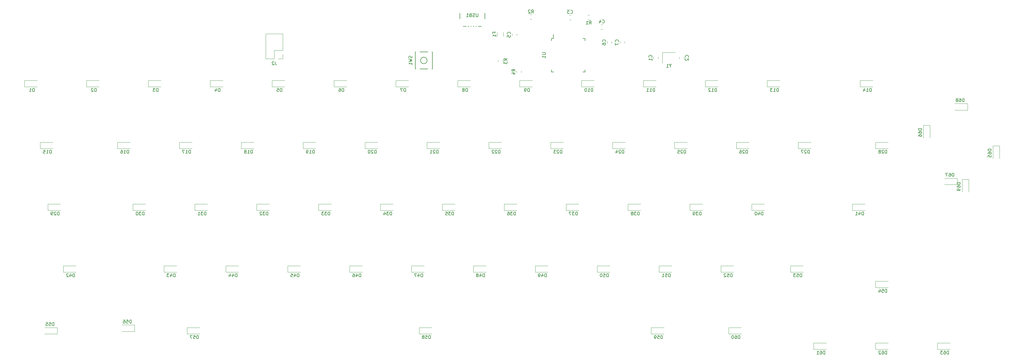
<source format=gbo>
G04 #@! TF.GenerationSoftware,KiCad,Pcbnew,(5.1.5)-3*
G04 #@! TF.CreationDate,2020-03-25T22:32:38+08:00*
G04 #@! TF.ProjectId,PCB Design,50434220-4465-4736-9967-6e2e6b696361,rev?*
G04 #@! TF.SameCoordinates,Original*
G04 #@! TF.FileFunction,Legend,Bot*
G04 #@! TF.FilePolarity,Positive*
%FSLAX46Y46*%
G04 Gerber Fmt 4.6, Leading zero omitted, Abs format (unit mm)*
G04 Created by KiCad (PCBNEW (5.1.5)-3) date 2020-03-25 22:32:38*
%MOMM*%
%LPD*%
G04 APERTURE LIST*
%ADD10C,0.120000*%
%ADD11C,0.150000*%
%ADD12O,1.802000X1.802000*%
%ADD13R,1.802000X1.802000*%
%ADD14C,2.352000*%
%ADD15C,4.089800*%
%ADD16C,1.852000*%
%ADD17C,3.150000*%
%ADD18R,1.502000X1.302000*%
%ADD19O,1.802000X2.802000*%
%ADD20R,0.602000X2.352000*%
%ADD21R,1.602000X0.652000*%
%ADD22R,0.652000X1.602000*%
%ADD23R,1.202000X1.902000*%
%ADD24C,1.202000*%
%ADD25C,1.602000*%
%ADD26C,0.100000*%
%ADD27R,1.302000X1.002000*%
%ADD28R,1.002000X1.302000*%
G04 APERTURE END LIST*
D10*
X109220000Y-29651000D02*
X110550000Y-29651000D01*
X110550000Y-29651000D02*
X110550000Y-28321000D01*
X107950000Y-29651000D02*
X107950000Y-27051000D01*
X107950000Y-27051000D02*
X110550000Y-27051000D01*
X110550000Y-27051000D02*
X110550000Y-21911000D01*
X105350000Y-21911000D02*
X110550000Y-21911000D01*
X105350000Y-29651000D02*
X105350000Y-21911000D01*
X105350000Y-29651000D02*
X107950000Y-29651000D01*
X227393750Y-27718750D02*
X231393750Y-27718750D01*
X227393750Y-31018750D02*
X227393750Y-27718750D01*
D11*
X165060000Y-14224000D02*
X165060000Y-19674000D01*
X172760000Y-14224000D02*
X172760000Y-19674000D01*
X165060000Y-19674000D02*
X172760000Y-19674000D01*
X193837500Y-23400000D02*
X193837500Y-22125000D01*
X193262500Y-33750000D02*
X193262500Y-33075000D01*
X203612500Y-33750000D02*
X203612500Y-33075000D01*
X203612500Y-23400000D02*
X203612500Y-24075000D01*
X193262500Y-23400000D02*
X193262500Y-24075000D01*
X203612500Y-23400000D02*
X202937500Y-23400000D01*
X203612500Y-33750000D02*
X202937500Y-33750000D01*
X193262500Y-33750000D02*
X193937500Y-33750000D01*
X193262500Y-23400000D02*
X193837500Y-23400000D01*
X156587500Y-32762500D02*
X156587500Y-27562500D01*
X156587500Y-27562500D02*
X151387500Y-27562500D01*
X151387500Y-27562500D02*
X151387500Y-32762500D01*
X151387500Y-32762500D02*
X156587500Y-32762500D01*
X154987500Y-30162500D02*
G75*
G03X154987500Y-30162500I-1000000J0D01*
G01*
D10*
X183971000Y-33396422D02*
X183971000Y-33913578D01*
X182551000Y-33396422D02*
X182551000Y-33913578D01*
X176836000Y-30611578D02*
X176836000Y-30094422D01*
X178256000Y-30611578D02*
X178256000Y-30094422D01*
X187202578Y-17474000D02*
X186685422Y-17474000D01*
X187202578Y-16054000D02*
X186685422Y-16054000D01*
X204465422Y-16181000D02*
X204982578Y-16181000D01*
X204465422Y-17601000D02*
X204982578Y-17601000D01*
X178456000Y-21495936D02*
X178456000Y-22700064D01*
X176636000Y-21495936D02*
X176636000Y-22700064D01*
X319675000Y-66806250D02*
X319675000Y-70706250D01*
X321675000Y-66806250D02*
X321675000Y-70706250D01*
X319675000Y-66806250D02*
X321675000Y-66806250D01*
X321337500Y-43450000D02*
X317437500Y-43450000D01*
X321337500Y-45450000D02*
X317437500Y-45450000D01*
X321337500Y-43450000D02*
X321337500Y-45450000D01*
X318162500Y-66468750D02*
X314262500Y-66468750D01*
X318162500Y-68468750D02*
X314262500Y-68468750D01*
X318162500Y-66468750D02*
X318162500Y-68468750D01*
X307768750Y-50137500D02*
X307768750Y-54037500D01*
X309768750Y-50137500D02*
X309768750Y-54037500D01*
X307768750Y-50137500D02*
X309768750Y-50137500D01*
X329200000Y-56487500D02*
X329200000Y-60387500D01*
X331200000Y-56487500D02*
X331200000Y-60387500D01*
X329200000Y-56487500D02*
X331200000Y-56487500D01*
X312075000Y-119268750D02*
X315975000Y-119268750D01*
X312075000Y-117268750D02*
X315975000Y-117268750D01*
X312075000Y-119268750D02*
X312075000Y-117268750D01*
X293025000Y-119268750D02*
X296925000Y-119268750D01*
X293025000Y-117268750D02*
X296925000Y-117268750D01*
X293025000Y-119268750D02*
X293025000Y-117268750D01*
X273975000Y-119268750D02*
X277875000Y-119268750D01*
X273975000Y-117268750D02*
X277875000Y-117268750D01*
X273975000Y-119268750D02*
X273975000Y-117268750D01*
X247781250Y-114506250D02*
X251681250Y-114506250D01*
X247781250Y-112506250D02*
X251681250Y-112506250D01*
X247781250Y-114506250D02*
X247781250Y-112506250D01*
X223968750Y-114506250D02*
X227868750Y-114506250D01*
X223968750Y-112506250D02*
X227868750Y-112506250D01*
X223968750Y-114506250D02*
X223968750Y-112506250D01*
X152531250Y-114506250D02*
X156431250Y-114506250D01*
X152531250Y-112506250D02*
X156431250Y-112506250D01*
X152531250Y-114506250D02*
X152531250Y-112506250D01*
X81093750Y-114506250D02*
X84993750Y-114506250D01*
X81093750Y-112506250D02*
X84993750Y-112506250D01*
X81093750Y-114506250D02*
X81093750Y-112506250D01*
X64956250Y-111712500D02*
X61056250Y-111712500D01*
X64956250Y-113712500D02*
X61056250Y-113712500D01*
X64956250Y-111712500D02*
X64956250Y-113712500D01*
X41143750Y-112506250D02*
X37243750Y-112506250D01*
X41143750Y-114506250D02*
X37243750Y-114506250D01*
X41143750Y-112506250D02*
X41143750Y-114506250D01*
X293025000Y-100218750D02*
X296925000Y-100218750D01*
X293025000Y-98218750D02*
X296925000Y-98218750D01*
X293025000Y-100218750D02*
X293025000Y-98218750D01*
X266831250Y-95456250D02*
X270731250Y-95456250D01*
X266831250Y-93456250D02*
X270731250Y-93456250D01*
X266831250Y-95456250D02*
X266831250Y-93456250D01*
X245400000Y-95456250D02*
X249300000Y-95456250D01*
X245400000Y-93456250D02*
X249300000Y-93456250D01*
X245400000Y-95456250D02*
X245400000Y-93456250D01*
X226350000Y-95456250D02*
X230250000Y-95456250D01*
X226350000Y-93456250D02*
X230250000Y-93456250D01*
X226350000Y-95456250D02*
X226350000Y-93456250D01*
X207300000Y-95456250D02*
X211200000Y-95456250D01*
X207300000Y-93456250D02*
X211200000Y-93456250D01*
X207300000Y-95456250D02*
X207300000Y-93456250D01*
X188250000Y-95456250D02*
X192150000Y-95456250D01*
X188250000Y-93456250D02*
X192150000Y-93456250D01*
X188250000Y-95456250D02*
X188250000Y-93456250D01*
X169200000Y-95456250D02*
X173100000Y-95456250D01*
X169200000Y-93456250D02*
X173100000Y-93456250D01*
X169200000Y-95456250D02*
X169200000Y-93456250D01*
X150150000Y-95456250D02*
X154050000Y-95456250D01*
X150150000Y-93456250D02*
X154050000Y-93456250D01*
X150150000Y-95456250D02*
X150150000Y-93456250D01*
X131100000Y-95456250D02*
X135000000Y-95456250D01*
X131100000Y-93456250D02*
X135000000Y-93456250D01*
X131100000Y-95456250D02*
X131100000Y-93456250D01*
X112050000Y-95456250D02*
X115950000Y-95456250D01*
X112050000Y-93456250D02*
X115950000Y-93456250D01*
X112050000Y-95456250D02*
X112050000Y-93456250D01*
X93000000Y-95456250D02*
X96900000Y-95456250D01*
X93000000Y-93456250D02*
X96900000Y-93456250D01*
X93000000Y-95456250D02*
X93000000Y-93456250D01*
X73950000Y-95456250D02*
X77850000Y-95456250D01*
X73950000Y-93456250D02*
X77850000Y-93456250D01*
X73950000Y-95456250D02*
X73950000Y-93456250D01*
X42993750Y-95456250D02*
X46893750Y-95456250D01*
X42993750Y-93456250D02*
X46893750Y-93456250D01*
X42993750Y-95456250D02*
X42993750Y-93456250D01*
X285881250Y-76406250D02*
X289781250Y-76406250D01*
X285881250Y-74406250D02*
X289781250Y-74406250D01*
X285881250Y-76406250D02*
X285881250Y-74406250D01*
X254925000Y-76406250D02*
X258825000Y-76406250D01*
X254925000Y-74406250D02*
X258825000Y-74406250D01*
X254925000Y-76406250D02*
X254925000Y-74406250D01*
X235875000Y-76406250D02*
X239775000Y-76406250D01*
X235875000Y-74406250D02*
X239775000Y-74406250D01*
X235875000Y-76406250D02*
X235875000Y-74406250D01*
X216825000Y-76406250D02*
X220725000Y-76406250D01*
X216825000Y-74406250D02*
X220725000Y-74406250D01*
X216825000Y-76406250D02*
X216825000Y-74406250D01*
X197775000Y-76406250D02*
X201675000Y-76406250D01*
X197775000Y-74406250D02*
X201675000Y-74406250D01*
X197775000Y-76406250D02*
X197775000Y-74406250D01*
X178725000Y-76406250D02*
X182625000Y-76406250D01*
X178725000Y-74406250D02*
X182625000Y-74406250D01*
X178725000Y-76406250D02*
X178725000Y-74406250D01*
X159675000Y-76406250D02*
X163575000Y-76406250D01*
X159675000Y-74406250D02*
X163575000Y-74406250D01*
X159675000Y-76406250D02*
X159675000Y-74406250D01*
X140625000Y-76406250D02*
X144525000Y-76406250D01*
X140625000Y-74406250D02*
X144525000Y-74406250D01*
X140625000Y-76406250D02*
X140625000Y-74406250D01*
X121575000Y-76406250D02*
X125475000Y-76406250D01*
X121575000Y-74406250D02*
X125475000Y-74406250D01*
X121575000Y-76406250D02*
X121575000Y-74406250D01*
X102525000Y-76406250D02*
X106425000Y-76406250D01*
X102525000Y-74406250D02*
X106425000Y-74406250D01*
X102525000Y-76406250D02*
X102525000Y-74406250D01*
X83475000Y-76406250D02*
X87375000Y-76406250D01*
X83475000Y-74406250D02*
X87375000Y-74406250D01*
X83475000Y-76406250D02*
X83475000Y-74406250D01*
X64425000Y-76406250D02*
X68325000Y-76406250D01*
X64425000Y-74406250D02*
X68325000Y-74406250D01*
X64425000Y-76406250D02*
X64425000Y-74406250D01*
X38231250Y-76406250D02*
X42131250Y-76406250D01*
X38231250Y-74406250D02*
X42131250Y-74406250D01*
X38231250Y-76406250D02*
X38231250Y-74406250D01*
X293025000Y-57356250D02*
X296925000Y-57356250D01*
X293025000Y-55356250D02*
X296925000Y-55356250D01*
X293025000Y-57356250D02*
X293025000Y-55356250D01*
X269212500Y-57356250D02*
X273112500Y-57356250D01*
X269212500Y-55356250D02*
X273112500Y-55356250D01*
X269212500Y-57356250D02*
X269212500Y-55356250D01*
X250162500Y-57356250D02*
X254062500Y-57356250D01*
X250162500Y-55356250D02*
X254062500Y-55356250D01*
X250162500Y-57356250D02*
X250162500Y-55356250D01*
X231112500Y-57356250D02*
X235012500Y-57356250D01*
X231112500Y-55356250D02*
X235012500Y-55356250D01*
X231112500Y-57356250D02*
X231112500Y-55356250D01*
X212062500Y-57356250D02*
X215962500Y-57356250D01*
X212062500Y-55356250D02*
X215962500Y-55356250D01*
X212062500Y-57356250D02*
X212062500Y-55356250D01*
X193012500Y-57356250D02*
X196912500Y-57356250D01*
X193012500Y-55356250D02*
X196912500Y-55356250D01*
X193012500Y-57356250D02*
X193012500Y-55356250D01*
X173962500Y-57356250D02*
X177862500Y-57356250D01*
X173962500Y-55356250D02*
X177862500Y-55356250D01*
X173962500Y-57356250D02*
X173962500Y-55356250D01*
X154912500Y-57356250D02*
X158812500Y-57356250D01*
X154912500Y-55356250D02*
X158812500Y-55356250D01*
X154912500Y-57356250D02*
X154912500Y-55356250D01*
X135862500Y-57356250D02*
X139762500Y-57356250D01*
X135862500Y-55356250D02*
X139762500Y-55356250D01*
X135862500Y-57356250D02*
X135862500Y-55356250D01*
X116812500Y-57356250D02*
X120712500Y-57356250D01*
X116812500Y-55356250D02*
X120712500Y-55356250D01*
X116812500Y-57356250D02*
X116812500Y-55356250D01*
X97762500Y-57356250D02*
X101662500Y-57356250D01*
X97762500Y-55356250D02*
X101662500Y-55356250D01*
X97762500Y-57356250D02*
X97762500Y-55356250D01*
X78712500Y-57356250D02*
X82612500Y-57356250D01*
X78712500Y-55356250D02*
X82612500Y-55356250D01*
X78712500Y-57356250D02*
X78712500Y-55356250D01*
X59662500Y-57356250D02*
X63562500Y-57356250D01*
X59662500Y-55356250D02*
X63562500Y-55356250D01*
X59662500Y-57356250D02*
X59662500Y-55356250D01*
X35850000Y-57356250D02*
X39750000Y-57356250D01*
X35850000Y-55356250D02*
X39750000Y-55356250D01*
X35850000Y-57356250D02*
X35850000Y-55356250D01*
X288262500Y-38306250D02*
X292162500Y-38306250D01*
X288262500Y-36306250D02*
X292162500Y-36306250D01*
X288262500Y-38306250D02*
X288262500Y-36306250D01*
X259687500Y-38306250D02*
X263587500Y-38306250D01*
X259687500Y-36306250D02*
X263587500Y-36306250D01*
X259687500Y-38306250D02*
X259687500Y-36306250D01*
X240637500Y-38306250D02*
X244537500Y-38306250D01*
X240637500Y-36306250D02*
X244537500Y-36306250D01*
X240637500Y-38306250D02*
X240637500Y-36306250D01*
X221587500Y-38306250D02*
X225487500Y-38306250D01*
X221587500Y-36306250D02*
X225487500Y-36306250D01*
X221587500Y-38306250D02*
X221587500Y-36306250D01*
X202537500Y-38306250D02*
X206437500Y-38306250D01*
X202537500Y-36306250D02*
X206437500Y-36306250D01*
X202537500Y-38306250D02*
X202537500Y-36306250D01*
X183487500Y-38306250D02*
X187387500Y-38306250D01*
X183487500Y-36306250D02*
X187387500Y-36306250D01*
X183487500Y-38306250D02*
X183487500Y-36306250D01*
X164437500Y-38306250D02*
X168337500Y-38306250D01*
X164437500Y-36306250D02*
X168337500Y-36306250D01*
X164437500Y-38306250D02*
X164437500Y-36306250D01*
X145387500Y-38306250D02*
X149287500Y-38306250D01*
X145387500Y-36306250D02*
X149287500Y-36306250D01*
X145387500Y-38306250D02*
X145387500Y-36306250D01*
X126337500Y-38306250D02*
X130237500Y-38306250D01*
X126337500Y-36306250D02*
X130237500Y-36306250D01*
X126337500Y-38306250D02*
X126337500Y-36306250D01*
X107287500Y-38306250D02*
X111187500Y-38306250D01*
X107287500Y-36306250D02*
X111187500Y-36306250D01*
X107287500Y-38306250D02*
X107287500Y-36306250D01*
X88237500Y-38306250D02*
X92137500Y-38306250D01*
X88237500Y-36306250D02*
X92137500Y-36306250D01*
X88237500Y-38306250D02*
X88237500Y-36306250D01*
X69187500Y-38306250D02*
X73087500Y-38306250D01*
X69187500Y-36306250D02*
X73087500Y-36306250D01*
X69187500Y-38306250D02*
X69187500Y-36306250D01*
X50137500Y-38306250D02*
X54037500Y-38306250D01*
X50137500Y-36306250D02*
X54037500Y-36306250D01*
X50137500Y-38306250D02*
X50137500Y-36306250D01*
X31087500Y-38306250D02*
X34987500Y-38306250D01*
X31087500Y-36306250D02*
X34987500Y-36306250D01*
X31087500Y-38306250D02*
X31087500Y-36306250D01*
X215816250Y-24347672D02*
X215816250Y-24864828D01*
X214396250Y-24347672D02*
X214396250Y-24864828D01*
X211847500Y-24347672D02*
X211847500Y-24864828D01*
X210427500Y-24347672D02*
X210427500Y-24864828D01*
X182574000Y-21966422D02*
X182574000Y-22483578D01*
X181154000Y-21966422D02*
X181154000Y-22483578D01*
X209014828Y-20553750D02*
X208497672Y-20553750D01*
X209014828Y-19133750D02*
X208497672Y-19133750D01*
X199267578Y-17601000D02*
X198750422Y-17601000D01*
X199267578Y-16181000D02*
X198750422Y-16181000D01*
X232652500Y-29627328D02*
X232652500Y-29110172D01*
X234072500Y-29627328D02*
X234072500Y-29110172D01*
X226135000Y-29110172D02*
X226135000Y-29627328D01*
X224715000Y-29110172D02*
X224715000Y-29627328D01*
D11*
X108283333Y-30543380D02*
X108283333Y-31257666D01*
X108330952Y-31400523D01*
X108426190Y-31495761D01*
X108569047Y-31543380D01*
X108664285Y-31543380D01*
X107854761Y-30638619D02*
X107807142Y-30591000D01*
X107711904Y-30543380D01*
X107473809Y-30543380D01*
X107378571Y-30591000D01*
X107330952Y-30638619D01*
X107283333Y-30733857D01*
X107283333Y-30829095D01*
X107330952Y-30971952D01*
X107902380Y-31543380D01*
X107283333Y-31543380D01*
X229869940Y-31794940D02*
X229869940Y-32271130D01*
X230203273Y-31271130D02*
X229869940Y-31794940D01*
X229536607Y-31271130D01*
X228679464Y-32271130D02*
X229250892Y-32271130D01*
X228965178Y-32271130D02*
X228965178Y-31271130D01*
X229060416Y-31413988D01*
X229155654Y-31509226D01*
X229250892Y-31556845D01*
X170648095Y-15708380D02*
X170648095Y-16517904D01*
X170600476Y-16613142D01*
X170552857Y-16660761D01*
X170457619Y-16708380D01*
X170267142Y-16708380D01*
X170171904Y-16660761D01*
X170124285Y-16613142D01*
X170076666Y-16517904D01*
X170076666Y-15708380D01*
X169648095Y-16660761D02*
X169505238Y-16708380D01*
X169267142Y-16708380D01*
X169171904Y-16660761D01*
X169124285Y-16613142D01*
X169076666Y-16517904D01*
X169076666Y-16422666D01*
X169124285Y-16327428D01*
X169171904Y-16279809D01*
X169267142Y-16232190D01*
X169457619Y-16184571D01*
X169552857Y-16136952D01*
X169600476Y-16089333D01*
X169648095Y-15994095D01*
X169648095Y-15898857D01*
X169600476Y-15803619D01*
X169552857Y-15756000D01*
X169457619Y-15708380D01*
X169219523Y-15708380D01*
X169076666Y-15756000D01*
X168314761Y-16184571D02*
X168171904Y-16232190D01*
X168124285Y-16279809D01*
X168076666Y-16375047D01*
X168076666Y-16517904D01*
X168124285Y-16613142D01*
X168171904Y-16660761D01*
X168267142Y-16708380D01*
X168648095Y-16708380D01*
X168648095Y-15708380D01*
X168314761Y-15708380D01*
X168219523Y-15756000D01*
X168171904Y-15803619D01*
X168124285Y-15898857D01*
X168124285Y-15994095D01*
X168171904Y-16089333D01*
X168219523Y-16136952D01*
X168314761Y-16184571D01*
X168648095Y-16184571D01*
X167124285Y-16708380D02*
X167695714Y-16708380D01*
X167410000Y-16708380D02*
X167410000Y-15708380D01*
X167505238Y-15851238D01*
X167600476Y-15946476D01*
X167695714Y-15994095D01*
X190439880Y-27813095D02*
X191249404Y-27813095D01*
X191344642Y-27860714D01*
X191392261Y-27908333D01*
X191439880Y-28003571D01*
X191439880Y-28194047D01*
X191392261Y-28289285D01*
X191344642Y-28336904D01*
X191249404Y-28384523D01*
X190439880Y-28384523D01*
X191439880Y-29384523D02*
X191439880Y-28813095D01*
X191439880Y-29098809D02*
X190439880Y-29098809D01*
X190582738Y-29003571D01*
X190677976Y-28908333D01*
X190725595Y-28813095D01*
X150328261Y-28829166D02*
X150375880Y-28972023D01*
X150375880Y-29210119D01*
X150328261Y-29305357D01*
X150280642Y-29352976D01*
X150185404Y-29400595D01*
X150090166Y-29400595D01*
X149994928Y-29352976D01*
X149947309Y-29305357D01*
X149899690Y-29210119D01*
X149852071Y-29019642D01*
X149804452Y-28924404D01*
X149756833Y-28876785D01*
X149661595Y-28829166D01*
X149566357Y-28829166D01*
X149471119Y-28876785D01*
X149423500Y-28924404D01*
X149375880Y-29019642D01*
X149375880Y-29257738D01*
X149423500Y-29400595D01*
X149375880Y-29733928D02*
X150375880Y-29972023D01*
X149661595Y-30162500D01*
X150375880Y-30352976D01*
X149375880Y-30591071D01*
X150375880Y-31495833D02*
X150375880Y-30924404D01*
X150375880Y-31210119D02*
X149375880Y-31210119D01*
X149518738Y-31114880D01*
X149613976Y-31019642D01*
X149661595Y-30924404D01*
X182063380Y-33488333D02*
X181587190Y-33155000D01*
X182063380Y-32916904D02*
X181063380Y-32916904D01*
X181063380Y-33297857D01*
X181111000Y-33393095D01*
X181158619Y-33440714D01*
X181253857Y-33488333D01*
X181396714Y-33488333D01*
X181491952Y-33440714D01*
X181539571Y-33393095D01*
X181587190Y-33297857D01*
X181587190Y-32916904D01*
X181396714Y-34345476D02*
X182063380Y-34345476D01*
X181015761Y-34107380D02*
X181730047Y-33869285D01*
X181730047Y-34488333D01*
X179648380Y-30186333D02*
X179172190Y-29853000D01*
X179648380Y-29614904D02*
X178648380Y-29614904D01*
X178648380Y-29995857D01*
X178696000Y-30091095D01*
X178743619Y-30138714D01*
X178838857Y-30186333D01*
X178981714Y-30186333D01*
X179076952Y-30138714D01*
X179124571Y-30091095D01*
X179172190Y-29995857D01*
X179172190Y-29614904D01*
X178648380Y-30519666D02*
X178648380Y-31138714D01*
X179029333Y-30805380D01*
X179029333Y-30948238D01*
X179076952Y-31043476D01*
X179124571Y-31091095D01*
X179219809Y-31138714D01*
X179457904Y-31138714D01*
X179553142Y-31091095D01*
X179600761Y-31043476D01*
X179648380Y-30948238D01*
X179648380Y-30662523D01*
X179600761Y-30567285D01*
X179553142Y-30519666D01*
X187110666Y-15566380D02*
X187444000Y-15090190D01*
X187682095Y-15566380D02*
X187682095Y-14566380D01*
X187301142Y-14566380D01*
X187205904Y-14614000D01*
X187158285Y-14661619D01*
X187110666Y-14756857D01*
X187110666Y-14899714D01*
X187158285Y-14994952D01*
X187205904Y-15042571D01*
X187301142Y-15090190D01*
X187682095Y-15090190D01*
X186729714Y-14661619D02*
X186682095Y-14614000D01*
X186586857Y-14566380D01*
X186348761Y-14566380D01*
X186253523Y-14614000D01*
X186205904Y-14661619D01*
X186158285Y-14756857D01*
X186158285Y-14852095D01*
X186205904Y-14994952D01*
X186777333Y-15566380D01*
X186158285Y-15566380D01*
X204890666Y-18993380D02*
X205224000Y-18517190D01*
X205462095Y-18993380D02*
X205462095Y-17993380D01*
X205081142Y-17993380D01*
X204985904Y-18041000D01*
X204938285Y-18088619D01*
X204890666Y-18183857D01*
X204890666Y-18326714D01*
X204938285Y-18421952D01*
X204985904Y-18469571D01*
X205081142Y-18517190D01*
X205462095Y-18517190D01*
X203938285Y-18993380D02*
X204509714Y-18993380D01*
X204224000Y-18993380D02*
X204224000Y-17993380D01*
X204319238Y-18136238D01*
X204414476Y-18231476D01*
X204509714Y-18279095D01*
X175654571Y-21764666D02*
X175654571Y-21431333D01*
X176178380Y-21431333D02*
X175178380Y-21431333D01*
X175178380Y-21907523D01*
X176178380Y-22812285D02*
X176178380Y-22240857D01*
X176178380Y-22526571D02*
X175178380Y-22526571D01*
X175321238Y-22431333D01*
X175416476Y-22336095D01*
X175464095Y-22240857D01*
X319127380Y-67841964D02*
X318127380Y-67841964D01*
X318127380Y-68080059D01*
X318175000Y-68222916D01*
X318270238Y-68318154D01*
X318365476Y-68365773D01*
X318555952Y-68413392D01*
X318698809Y-68413392D01*
X318889285Y-68365773D01*
X318984523Y-68318154D01*
X319079761Y-68222916D01*
X319127380Y-68080059D01*
X319127380Y-67841964D01*
X318127380Y-69270535D02*
X318127380Y-69080059D01*
X318175000Y-68984821D01*
X318222619Y-68937202D01*
X318365476Y-68841964D01*
X318555952Y-68794345D01*
X318936904Y-68794345D01*
X319032142Y-68841964D01*
X319079761Y-68889583D01*
X319127380Y-68984821D01*
X319127380Y-69175297D01*
X319079761Y-69270535D01*
X319032142Y-69318154D01*
X318936904Y-69365773D01*
X318698809Y-69365773D01*
X318603571Y-69318154D01*
X318555952Y-69270535D01*
X318508333Y-69175297D01*
X318508333Y-68984821D01*
X318555952Y-68889583D01*
X318603571Y-68841964D01*
X318698809Y-68794345D01*
X319127380Y-69841964D02*
X319127380Y-70032440D01*
X319079761Y-70127678D01*
X319032142Y-70175297D01*
X318889285Y-70270535D01*
X318698809Y-70318154D01*
X318317857Y-70318154D01*
X318222619Y-70270535D01*
X318175000Y-70222916D01*
X318127380Y-70127678D01*
X318127380Y-69937202D01*
X318175000Y-69841964D01*
X318222619Y-69794345D01*
X318317857Y-69746726D01*
X318555952Y-69746726D01*
X318651190Y-69794345D01*
X318698809Y-69841964D01*
X318746428Y-69937202D01*
X318746428Y-70127678D01*
X318698809Y-70222916D01*
X318651190Y-70270535D01*
X318555952Y-70318154D01*
X320301785Y-42902380D02*
X320301785Y-41902380D01*
X320063690Y-41902380D01*
X319920833Y-41950000D01*
X319825595Y-42045238D01*
X319777976Y-42140476D01*
X319730357Y-42330952D01*
X319730357Y-42473809D01*
X319777976Y-42664285D01*
X319825595Y-42759523D01*
X319920833Y-42854761D01*
X320063690Y-42902380D01*
X320301785Y-42902380D01*
X318873214Y-41902380D02*
X319063690Y-41902380D01*
X319158928Y-41950000D01*
X319206547Y-41997619D01*
X319301785Y-42140476D01*
X319349404Y-42330952D01*
X319349404Y-42711904D01*
X319301785Y-42807142D01*
X319254166Y-42854761D01*
X319158928Y-42902380D01*
X318968452Y-42902380D01*
X318873214Y-42854761D01*
X318825595Y-42807142D01*
X318777976Y-42711904D01*
X318777976Y-42473809D01*
X318825595Y-42378571D01*
X318873214Y-42330952D01*
X318968452Y-42283333D01*
X319158928Y-42283333D01*
X319254166Y-42330952D01*
X319301785Y-42378571D01*
X319349404Y-42473809D01*
X318206547Y-42330952D02*
X318301785Y-42283333D01*
X318349404Y-42235714D01*
X318397023Y-42140476D01*
X318397023Y-42092857D01*
X318349404Y-41997619D01*
X318301785Y-41950000D01*
X318206547Y-41902380D01*
X318016071Y-41902380D01*
X317920833Y-41950000D01*
X317873214Y-41997619D01*
X317825595Y-42092857D01*
X317825595Y-42140476D01*
X317873214Y-42235714D01*
X317920833Y-42283333D01*
X318016071Y-42330952D01*
X318206547Y-42330952D01*
X318301785Y-42378571D01*
X318349404Y-42426190D01*
X318397023Y-42521428D01*
X318397023Y-42711904D01*
X318349404Y-42807142D01*
X318301785Y-42854761D01*
X318206547Y-42902380D01*
X318016071Y-42902380D01*
X317920833Y-42854761D01*
X317873214Y-42807142D01*
X317825595Y-42711904D01*
X317825595Y-42521428D01*
X317873214Y-42426190D01*
X317920833Y-42378571D01*
X318016071Y-42330952D01*
X317126785Y-65921130D02*
X317126785Y-64921130D01*
X316888690Y-64921130D01*
X316745833Y-64968750D01*
X316650595Y-65063988D01*
X316602976Y-65159226D01*
X316555357Y-65349702D01*
X316555357Y-65492559D01*
X316602976Y-65683035D01*
X316650595Y-65778273D01*
X316745833Y-65873511D01*
X316888690Y-65921130D01*
X317126785Y-65921130D01*
X315698214Y-64921130D02*
X315888690Y-64921130D01*
X315983928Y-64968750D01*
X316031547Y-65016369D01*
X316126785Y-65159226D01*
X316174404Y-65349702D01*
X316174404Y-65730654D01*
X316126785Y-65825892D01*
X316079166Y-65873511D01*
X315983928Y-65921130D01*
X315793452Y-65921130D01*
X315698214Y-65873511D01*
X315650595Y-65825892D01*
X315602976Y-65730654D01*
X315602976Y-65492559D01*
X315650595Y-65397321D01*
X315698214Y-65349702D01*
X315793452Y-65302083D01*
X315983928Y-65302083D01*
X316079166Y-65349702D01*
X316126785Y-65397321D01*
X316174404Y-65492559D01*
X315269642Y-64921130D02*
X314602976Y-64921130D01*
X315031547Y-65921130D01*
X307221130Y-51173214D02*
X306221130Y-51173214D01*
X306221130Y-51411309D01*
X306268750Y-51554166D01*
X306363988Y-51649404D01*
X306459226Y-51697023D01*
X306649702Y-51744642D01*
X306792559Y-51744642D01*
X306983035Y-51697023D01*
X307078273Y-51649404D01*
X307173511Y-51554166D01*
X307221130Y-51411309D01*
X307221130Y-51173214D01*
X306221130Y-52601785D02*
X306221130Y-52411309D01*
X306268750Y-52316071D01*
X306316369Y-52268452D01*
X306459226Y-52173214D01*
X306649702Y-52125595D01*
X307030654Y-52125595D01*
X307125892Y-52173214D01*
X307173511Y-52220833D01*
X307221130Y-52316071D01*
X307221130Y-52506547D01*
X307173511Y-52601785D01*
X307125892Y-52649404D01*
X307030654Y-52697023D01*
X306792559Y-52697023D01*
X306697321Y-52649404D01*
X306649702Y-52601785D01*
X306602083Y-52506547D01*
X306602083Y-52316071D01*
X306649702Y-52220833D01*
X306697321Y-52173214D01*
X306792559Y-52125595D01*
X306221130Y-53554166D02*
X306221130Y-53363690D01*
X306268750Y-53268452D01*
X306316369Y-53220833D01*
X306459226Y-53125595D01*
X306649702Y-53077976D01*
X307030654Y-53077976D01*
X307125892Y-53125595D01*
X307173511Y-53173214D01*
X307221130Y-53268452D01*
X307221130Y-53458928D01*
X307173511Y-53554166D01*
X307125892Y-53601785D01*
X307030654Y-53649404D01*
X306792559Y-53649404D01*
X306697321Y-53601785D01*
X306649702Y-53554166D01*
X306602083Y-53458928D01*
X306602083Y-53268452D01*
X306649702Y-53173214D01*
X306697321Y-53125595D01*
X306792559Y-53077976D01*
X328652380Y-57523214D02*
X327652380Y-57523214D01*
X327652380Y-57761309D01*
X327700000Y-57904166D01*
X327795238Y-57999404D01*
X327890476Y-58047023D01*
X328080952Y-58094642D01*
X328223809Y-58094642D01*
X328414285Y-58047023D01*
X328509523Y-57999404D01*
X328604761Y-57904166D01*
X328652380Y-57761309D01*
X328652380Y-57523214D01*
X327652380Y-58951785D02*
X327652380Y-58761309D01*
X327700000Y-58666071D01*
X327747619Y-58618452D01*
X327890476Y-58523214D01*
X328080952Y-58475595D01*
X328461904Y-58475595D01*
X328557142Y-58523214D01*
X328604761Y-58570833D01*
X328652380Y-58666071D01*
X328652380Y-58856547D01*
X328604761Y-58951785D01*
X328557142Y-58999404D01*
X328461904Y-59047023D01*
X328223809Y-59047023D01*
X328128571Y-58999404D01*
X328080952Y-58951785D01*
X328033333Y-58856547D01*
X328033333Y-58666071D01*
X328080952Y-58570833D01*
X328128571Y-58523214D01*
X328223809Y-58475595D01*
X327652380Y-59951785D02*
X327652380Y-59475595D01*
X328128571Y-59427976D01*
X328080952Y-59475595D01*
X328033333Y-59570833D01*
X328033333Y-59808928D01*
X328080952Y-59904166D01*
X328128571Y-59951785D01*
X328223809Y-59999404D01*
X328461904Y-59999404D01*
X328557142Y-59951785D01*
X328604761Y-59904166D01*
X328652380Y-59808928D01*
X328652380Y-59570833D01*
X328604761Y-59475595D01*
X328557142Y-59427976D01*
X315539285Y-120721130D02*
X315539285Y-119721130D01*
X315301190Y-119721130D01*
X315158333Y-119768750D01*
X315063095Y-119863988D01*
X315015476Y-119959226D01*
X314967857Y-120149702D01*
X314967857Y-120292559D01*
X315015476Y-120483035D01*
X315063095Y-120578273D01*
X315158333Y-120673511D01*
X315301190Y-120721130D01*
X315539285Y-120721130D01*
X314110714Y-119721130D02*
X314301190Y-119721130D01*
X314396428Y-119768750D01*
X314444047Y-119816369D01*
X314539285Y-119959226D01*
X314586904Y-120149702D01*
X314586904Y-120530654D01*
X314539285Y-120625892D01*
X314491666Y-120673511D01*
X314396428Y-120721130D01*
X314205952Y-120721130D01*
X314110714Y-120673511D01*
X314063095Y-120625892D01*
X314015476Y-120530654D01*
X314015476Y-120292559D01*
X314063095Y-120197321D01*
X314110714Y-120149702D01*
X314205952Y-120102083D01*
X314396428Y-120102083D01*
X314491666Y-120149702D01*
X314539285Y-120197321D01*
X314586904Y-120292559D01*
X313682142Y-119721130D02*
X313063095Y-119721130D01*
X313396428Y-120102083D01*
X313253571Y-120102083D01*
X313158333Y-120149702D01*
X313110714Y-120197321D01*
X313063095Y-120292559D01*
X313063095Y-120530654D01*
X313110714Y-120625892D01*
X313158333Y-120673511D01*
X313253571Y-120721130D01*
X313539285Y-120721130D01*
X313634523Y-120673511D01*
X313682142Y-120625892D01*
X296489285Y-120721130D02*
X296489285Y-119721130D01*
X296251190Y-119721130D01*
X296108333Y-119768750D01*
X296013095Y-119863988D01*
X295965476Y-119959226D01*
X295917857Y-120149702D01*
X295917857Y-120292559D01*
X295965476Y-120483035D01*
X296013095Y-120578273D01*
X296108333Y-120673511D01*
X296251190Y-120721130D01*
X296489285Y-120721130D01*
X295060714Y-119721130D02*
X295251190Y-119721130D01*
X295346428Y-119768750D01*
X295394047Y-119816369D01*
X295489285Y-119959226D01*
X295536904Y-120149702D01*
X295536904Y-120530654D01*
X295489285Y-120625892D01*
X295441666Y-120673511D01*
X295346428Y-120721130D01*
X295155952Y-120721130D01*
X295060714Y-120673511D01*
X295013095Y-120625892D01*
X294965476Y-120530654D01*
X294965476Y-120292559D01*
X295013095Y-120197321D01*
X295060714Y-120149702D01*
X295155952Y-120102083D01*
X295346428Y-120102083D01*
X295441666Y-120149702D01*
X295489285Y-120197321D01*
X295536904Y-120292559D01*
X294584523Y-119816369D02*
X294536904Y-119768750D01*
X294441666Y-119721130D01*
X294203571Y-119721130D01*
X294108333Y-119768750D01*
X294060714Y-119816369D01*
X294013095Y-119911607D01*
X294013095Y-120006845D01*
X294060714Y-120149702D01*
X294632142Y-120721130D01*
X294013095Y-120721130D01*
X277439285Y-120721130D02*
X277439285Y-119721130D01*
X277201190Y-119721130D01*
X277058333Y-119768750D01*
X276963095Y-119863988D01*
X276915476Y-119959226D01*
X276867857Y-120149702D01*
X276867857Y-120292559D01*
X276915476Y-120483035D01*
X276963095Y-120578273D01*
X277058333Y-120673511D01*
X277201190Y-120721130D01*
X277439285Y-120721130D01*
X276010714Y-119721130D02*
X276201190Y-119721130D01*
X276296428Y-119768750D01*
X276344047Y-119816369D01*
X276439285Y-119959226D01*
X276486904Y-120149702D01*
X276486904Y-120530654D01*
X276439285Y-120625892D01*
X276391666Y-120673511D01*
X276296428Y-120721130D01*
X276105952Y-120721130D01*
X276010714Y-120673511D01*
X275963095Y-120625892D01*
X275915476Y-120530654D01*
X275915476Y-120292559D01*
X275963095Y-120197321D01*
X276010714Y-120149702D01*
X276105952Y-120102083D01*
X276296428Y-120102083D01*
X276391666Y-120149702D01*
X276439285Y-120197321D01*
X276486904Y-120292559D01*
X274963095Y-120721130D02*
X275534523Y-120721130D01*
X275248809Y-120721130D02*
X275248809Y-119721130D01*
X275344047Y-119863988D01*
X275439285Y-119959226D01*
X275534523Y-120006845D01*
X251245535Y-115958630D02*
X251245535Y-114958630D01*
X251007440Y-114958630D01*
X250864583Y-115006250D01*
X250769345Y-115101488D01*
X250721726Y-115196726D01*
X250674107Y-115387202D01*
X250674107Y-115530059D01*
X250721726Y-115720535D01*
X250769345Y-115815773D01*
X250864583Y-115911011D01*
X251007440Y-115958630D01*
X251245535Y-115958630D01*
X249816964Y-114958630D02*
X250007440Y-114958630D01*
X250102678Y-115006250D01*
X250150297Y-115053869D01*
X250245535Y-115196726D01*
X250293154Y-115387202D01*
X250293154Y-115768154D01*
X250245535Y-115863392D01*
X250197916Y-115911011D01*
X250102678Y-115958630D01*
X249912202Y-115958630D01*
X249816964Y-115911011D01*
X249769345Y-115863392D01*
X249721726Y-115768154D01*
X249721726Y-115530059D01*
X249769345Y-115434821D01*
X249816964Y-115387202D01*
X249912202Y-115339583D01*
X250102678Y-115339583D01*
X250197916Y-115387202D01*
X250245535Y-115434821D01*
X250293154Y-115530059D01*
X249102678Y-114958630D02*
X249007440Y-114958630D01*
X248912202Y-115006250D01*
X248864583Y-115053869D01*
X248816964Y-115149107D01*
X248769345Y-115339583D01*
X248769345Y-115577678D01*
X248816964Y-115768154D01*
X248864583Y-115863392D01*
X248912202Y-115911011D01*
X249007440Y-115958630D01*
X249102678Y-115958630D01*
X249197916Y-115911011D01*
X249245535Y-115863392D01*
X249293154Y-115768154D01*
X249340773Y-115577678D01*
X249340773Y-115339583D01*
X249293154Y-115149107D01*
X249245535Y-115053869D01*
X249197916Y-115006250D01*
X249102678Y-114958630D01*
X227433035Y-115958630D02*
X227433035Y-114958630D01*
X227194940Y-114958630D01*
X227052083Y-115006250D01*
X226956845Y-115101488D01*
X226909226Y-115196726D01*
X226861607Y-115387202D01*
X226861607Y-115530059D01*
X226909226Y-115720535D01*
X226956845Y-115815773D01*
X227052083Y-115911011D01*
X227194940Y-115958630D01*
X227433035Y-115958630D01*
X225956845Y-114958630D02*
X226433035Y-114958630D01*
X226480654Y-115434821D01*
X226433035Y-115387202D01*
X226337797Y-115339583D01*
X226099702Y-115339583D01*
X226004464Y-115387202D01*
X225956845Y-115434821D01*
X225909226Y-115530059D01*
X225909226Y-115768154D01*
X225956845Y-115863392D01*
X226004464Y-115911011D01*
X226099702Y-115958630D01*
X226337797Y-115958630D01*
X226433035Y-115911011D01*
X226480654Y-115863392D01*
X225433035Y-115958630D02*
X225242559Y-115958630D01*
X225147321Y-115911011D01*
X225099702Y-115863392D01*
X225004464Y-115720535D01*
X224956845Y-115530059D01*
X224956845Y-115149107D01*
X225004464Y-115053869D01*
X225052083Y-115006250D01*
X225147321Y-114958630D01*
X225337797Y-114958630D01*
X225433035Y-115006250D01*
X225480654Y-115053869D01*
X225528273Y-115149107D01*
X225528273Y-115387202D01*
X225480654Y-115482440D01*
X225433035Y-115530059D01*
X225337797Y-115577678D01*
X225147321Y-115577678D01*
X225052083Y-115530059D01*
X225004464Y-115482440D01*
X224956845Y-115387202D01*
X155995535Y-115958630D02*
X155995535Y-114958630D01*
X155757440Y-114958630D01*
X155614583Y-115006250D01*
X155519345Y-115101488D01*
X155471726Y-115196726D01*
X155424107Y-115387202D01*
X155424107Y-115530059D01*
X155471726Y-115720535D01*
X155519345Y-115815773D01*
X155614583Y-115911011D01*
X155757440Y-115958630D01*
X155995535Y-115958630D01*
X154519345Y-114958630D02*
X154995535Y-114958630D01*
X155043154Y-115434821D01*
X154995535Y-115387202D01*
X154900297Y-115339583D01*
X154662202Y-115339583D01*
X154566964Y-115387202D01*
X154519345Y-115434821D01*
X154471726Y-115530059D01*
X154471726Y-115768154D01*
X154519345Y-115863392D01*
X154566964Y-115911011D01*
X154662202Y-115958630D01*
X154900297Y-115958630D01*
X154995535Y-115911011D01*
X155043154Y-115863392D01*
X153900297Y-115387202D02*
X153995535Y-115339583D01*
X154043154Y-115291964D01*
X154090773Y-115196726D01*
X154090773Y-115149107D01*
X154043154Y-115053869D01*
X153995535Y-115006250D01*
X153900297Y-114958630D01*
X153709821Y-114958630D01*
X153614583Y-115006250D01*
X153566964Y-115053869D01*
X153519345Y-115149107D01*
X153519345Y-115196726D01*
X153566964Y-115291964D01*
X153614583Y-115339583D01*
X153709821Y-115387202D01*
X153900297Y-115387202D01*
X153995535Y-115434821D01*
X154043154Y-115482440D01*
X154090773Y-115577678D01*
X154090773Y-115768154D01*
X154043154Y-115863392D01*
X153995535Y-115911011D01*
X153900297Y-115958630D01*
X153709821Y-115958630D01*
X153614583Y-115911011D01*
X153566964Y-115863392D01*
X153519345Y-115768154D01*
X153519345Y-115577678D01*
X153566964Y-115482440D01*
X153614583Y-115434821D01*
X153709821Y-115387202D01*
X84558035Y-115958630D02*
X84558035Y-114958630D01*
X84319940Y-114958630D01*
X84177083Y-115006250D01*
X84081845Y-115101488D01*
X84034226Y-115196726D01*
X83986607Y-115387202D01*
X83986607Y-115530059D01*
X84034226Y-115720535D01*
X84081845Y-115815773D01*
X84177083Y-115911011D01*
X84319940Y-115958630D01*
X84558035Y-115958630D01*
X83081845Y-114958630D02*
X83558035Y-114958630D01*
X83605654Y-115434821D01*
X83558035Y-115387202D01*
X83462797Y-115339583D01*
X83224702Y-115339583D01*
X83129464Y-115387202D01*
X83081845Y-115434821D01*
X83034226Y-115530059D01*
X83034226Y-115768154D01*
X83081845Y-115863392D01*
X83129464Y-115911011D01*
X83224702Y-115958630D01*
X83462797Y-115958630D01*
X83558035Y-115911011D01*
X83605654Y-115863392D01*
X82700892Y-114958630D02*
X82034226Y-114958630D01*
X82462797Y-115958630D01*
X63920535Y-111164880D02*
X63920535Y-110164880D01*
X63682440Y-110164880D01*
X63539583Y-110212500D01*
X63444345Y-110307738D01*
X63396726Y-110402976D01*
X63349107Y-110593452D01*
X63349107Y-110736309D01*
X63396726Y-110926785D01*
X63444345Y-111022023D01*
X63539583Y-111117261D01*
X63682440Y-111164880D01*
X63920535Y-111164880D01*
X62444345Y-110164880D02*
X62920535Y-110164880D01*
X62968154Y-110641071D01*
X62920535Y-110593452D01*
X62825297Y-110545833D01*
X62587202Y-110545833D01*
X62491964Y-110593452D01*
X62444345Y-110641071D01*
X62396726Y-110736309D01*
X62396726Y-110974404D01*
X62444345Y-111069642D01*
X62491964Y-111117261D01*
X62587202Y-111164880D01*
X62825297Y-111164880D01*
X62920535Y-111117261D01*
X62968154Y-111069642D01*
X61539583Y-110164880D02*
X61730059Y-110164880D01*
X61825297Y-110212500D01*
X61872916Y-110260119D01*
X61968154Y-110402976D01*
X62015773Y-110593452D01*
X62015773Y-110974404D01*
X61968154Y-111069642D01*
X61920535Y-111117261D01*
X61825297Y-111164880D01*
X61634821Y-111164880D01*
X61539583Y-111117261D01*
X61491964Y-111069642D01*
X61444345Y-110974404D01*
X61444345Y-110736309D01*
X61491964Y-110641071D01*
X61539583Y-110593452D01*
X61634821Y-110545833D01*
X61825297Y-110545833D01*
X61920535Y-110593452D01*
X61968154Y-110641071D01*
X62015773Y-110736309D01*
X40108035Y-111958630D02*
X40108035Y-110958630D01*
X39869940Y-110958630D01*
X39727083Y-111006250D01*
X39631845Y-111101488D01*
X39584226Y-111196726D01*
X39536607Y-111387202D01*
X39536607Y-111530059D01*
X39584226Y-111720535D01*
X39631845Y-111815773D01*
X39727083Y-111911011D01*
X39869940Y-111958630D01*
X40108035Y-111958630D01*
X38631845Y-110958630D02*
X39108035Y-110958630D01*
X39155654Y-111434821D01*
X39108035Y-111387202D01*
X39012797Y-111339583D01*
X38774702Y-111339583D01*
X38679464Y-111387202D01*
X38631845Y-111434821D01*
X38584226Y-111530059D01*
X38584226Y-111768154D01*
X38631845Y-111863392D01*
X38679464Y-111911011D01*
X38774702Y-111958630D01*
X39012797Y-111958630D01*
X39108035Y-111911011D01*
X39155654Y-111863392D01*
X37679464Y-110958630D02*
X38155654Y-110958630D01*
X38203273Y-111434821D01*
X38155654Y-111387202D01*
X38060416Y-111339583D01*
X37822321Y-111339583D01*
X37727083Y-111387202D01*
X37679464Y-111434821D01*
X37631845Y-111530059D01*
X37631845Y-111768154D01*
X37679464Y-111863392D01*
X37727083Y-111911011D01*
X37822321Y-111958630D01*
X38060416Y-111958630D01*
X38155654Y-111911011D01*
X38203273Y-111863392D01*
X296489285Y-101671130D02*
X296489285Y-100671130D01*
X296251190Y-100671130D01*
X296108333Y-100718750D01*
X296013095Y-100813988D01*
X295965476Y-100909226D01*
X295917857Y-101099702D01*
X295917857Y-101242559D01*
X295965476Y-101433035D01*
X296013095Y-101528273D01*
X296108333Y-101623511D01*
X296251190Y-101671130D01*
X296489285Y-101671130D01*
X295013095Y-100671130D02*
X295489285Y-100671130D01*
X295536904Y-101147321D01*
X295489285Y-101099702D01*
X295394047Y-101052083D01*
X295155952Y-101052083D01*
X295060714Y-101099702D01*
X295013095Y-101147321D01*
X294965476Y-101242559D01*
X294965476Y-101480654D01*
X295013095Y-101575892D01*
X295060714Y-101623511D01*
X295155952Y-101671130D01*
X295394047Y-101671130D01*
X295489285Y-101623511D01*
X295536904Y-101575892D01*
X294108333Y-101004464D02*
X294108333Y-101671130D01*
X294346428Y-100623511D02*
X294584523Y-101337797D01*
X293965476Y-101337797D01*
X270295535Y-96908630D02*
X270295535Y-95908630D01*
X270057440Y-95908630D01*
X269914583Y-95956250D01*
X269819345Y-96051488D01*
X269771726Y-96146726D01*
X269724107Y-96337202D01*
X269724107Y-96480059D01*
X269771726Y-96670535D01*
X269819345Y-96765773D01*
X269914583Y-96861011D01*
X270057440Y-96908630D01*
X270295535Y-96908630D01*
X268819345Y-95908630D02*
X269295535Y-95908630D01*
X269343154Y-96384821D01*
X269295535Y-96337202D01*
X269200297Y-96289583D01*
X268962202Y-96289583D01*
X268866964Y-96337202D01*
X268819345Y-96384821D01*
X268771726Y-96480059D01*
X268771726Y-96718154D01*
X268819345Y-96813392D01*
X268866964Y-96861011D01*
X268962202Y-96908630D01*
X269200297Y-96908630D01*
X269295535Y-96861011D01*
X269343154Y-96813392D01*
X268438392Y-95908630D02*
X267819345Y-95908630D01*
X268152678Y-96289583D01*
X268009821Y-96289583D01*
X267914583Y-96337202D01*
X267866964Y-96384821D01*
X267819345Y-96480059D01*
X267819345Y-96718154D01*
X267866964Y-96813392D01*
X267914583Y-96861011D01*
X268009821Y-96908630D01*
X268295535Y-96908630D01*
X268390773Y-96861011D01*
X268438392Y-96813392D01*
X248864285Y-96908630D02*
X248864285Y-95908630D01*
X248626190Y-95908630D01*
X248483333Y-95956250D01*
X248388095Y-96051488D01*
X248340476Y-96146726D01*
X248292857Y-96337202D01*
X248292857Y-96480059D01*
X248340476Y-96670535D01*
X248388095Y-96765773D01*
X248483333Y-96861011D01*
X248626190Y-96908630D01*
X248864285Y-96908630D01*
X247388095Y-95908630D02*
X247864285Y-95908630D01*
X247911904Y-96384821D01*
X247864285Y-96337202D01*
X247769047Y-96289583D01*
X247530952Y-96289583D01*
X247435714Y-96337202D01*
X247388095Y-96384821D01*
X247340476Y-96480059D01*
X247340476Y-96718154D01*
X247388095Y-96813392D01*
X247435714Y-96861011D01*
X247530952Y-96908630D01*
X247769047Y-96908630D01*
X247864285Y-96861011D01*
X247911904Y-96813392D01*
X246959523Y-96003869D02*
X246911904Y-95956250D01*
X246816666Y-95908630D01*
X246578571Y-95908630D01*
X246483333Y-95956250D01*
X246435714Y-96003869D01*
X246388095Y-96099107D01*
X246388095Y-96194345D01*
X246435714Y-96337202D01*
X247007142Y-96908630D01*
X246388095Y-96908630D01*
X229814285Y-96908630D02*
X229814285Y-95908630D01*
X229576190Y-95908630D01*
X229433333Y-95956250D01*
X229338095Y-96051488D01*
X229290476Y-96146726D01*
X229242857Y-96337202D01*
X229242857Y-96480059D01*
X229290476Y-96670535D01*
X229338095Y-96765773D01*
X229433333Y-96861011D01*
X229576190Y-96908630D01*
X229814285Y-96908630D01*
X228338095Y-95908630D02*
X228814285Y-95908630D01*
X228861904Y-96384821D01*
X228814285Y-96337202D01*
X228719047Y-96289583D01*
X228480952Y-96289583D01*
X228385714Y-96337202D01*
X228338095Y-96384821D01*
X228290476Y-96480059D01*
X228290476Y-96718154D01*
X228338095Y-96813392D01*
X228385714Y-96861011D01*
X228480952Y-96908630D01*
X228719047Y-96908630D01*
X228814285Y-96861011D01*
X228861904Y-96813392D01*
X227338095Y-96908630D02*
X227909523Y-96908630D01*
X227623809Y-96908630D02*
X227623809Y-95908630D01*
X227719047Y-96051488D01*
X227814285Y-96146726D01*
X227909523Y-96194345D01*
X210764285Y-96908630D02*
X210764285Y-95908630D01*
X210526190Y-95908630D01*
X210383333Y-95956250D01*
X210288095Y-96051488D01*
X210240476Y-96146726D01*
X210192857Y-96337202D01*
X210192857Y-96480059D01*
X210240476Y-96670535D01*
X210288095Y-96765773D01*
X210383333Y-96861011D01*
X210526190Y-96908630D01*
X210764285Y-96908630D01*
X209288095Y-95908630D02*
X209764285Y-95908630D01*
X209811904Y-96384821D01*
X209764285Y-96337202D01*
X209669047Y-96289583D01*
X209430952Y-96289583D01*
X209335714Y-96337202D01*
X209288095Y-96384821D01*
X209240476Y-96480059D01*
X209240476Y-96718154D01*
X209288095Y-96813392D01*
X209335714Y-96861011D01*
X209430952Y-96908630D01*
X209669047Y-96908630D01*
X209764285Y-96861011D01*
X209811904Y-96813392D01*
X208621428Y-95908630D02*
X208526190Y-95908630D01*
X208430952Y-95956250D01*
X208383333Y-96003869D01*
X208335714Y-96099107D01*
X208288095Y-96289583D01*
X208288095Y-96527678D01*
X208335714Y-96718154D01*
X208383333Y-96813392D01*
X208430952Y-96861011D01*
X208526190Y-96908630D01*
X208621428Y-96908630D01*
X208716666Y-96861011D01*
X208764285Y-96813392D01*
X208811904Y-96718154D01*
X208859523Y-96527678D01*
X208859523Y-96289583D01*
X208811904Y-96099107D01*
X208764285Y-96003869D01*
X208716666Y-95956250D01*
X208621428Y-95908630D01*
X191714285Y-96908630D02*
X191714285Y-95908630D01*
X191476190Y-95908630D01*
X191333333Y-95956250D01*
X191238095Y-96051488D01*
X191190476Y-96146726D01*
X191142857Y-96337202D01*
X191142857Y-96480059D01*
X191190476Y-96670535D01*
X191238095Y-96765773D01*
X191333333Y-96861011D01*
X191476190Y-96908630D01*
X191714285Y-96908630D01*
X190285714Y-96241964D02*
X190285714Y-96908630D01*
X190523809Y-95861011D02*
X190761904Y-96575297D01*
X190142857Y-96575297D01*
X189714285Y-96908630D02*
X189523809Y-96908630D01*
X189428571Y-96861011D01*
X189380952Y-96813392D01*
X189285714Y-96670535D01*
X189238095Y-96480059D01*
X189238095Y-96099107D01*
X189285714Y-96003869D01*
X189333333Y-95956250D01*
X189428571Y-95908630D01*
X189619047Y-95908630D01*
X189714285Y-95956250D01*
X189761904Y-96003869D01*
X189809523Y-96099107D01*
X189809523Y-96337202D01*
X189761904Y-96432440D01*
X189714285Y-96480059D01*
X189619047Y-96527678D01*
X189428571Y-96527678D01*
X189333333Y-96480059D01*
X189285714Y-96432440D01*
X189238095Y-96337202D01*
X172664285Y-96908630D02*
X172664285Y-95908630D01*
X172426190Y-95908630D01*
X172283333Y-95956250D01*
X172188095Y-96051488D01*
X172140476Y-96146726D01*
X172092857Y-96337202D01*
X172092857Y-96480059D01*
X172140476Y-96670535D01*
X172188095Y-96765773D01*
X172283333Y-96861011D01*
X172426190Y-96908630D01*
X172664285Y-96908630D01*
X171235714Y-96241964D02*
X171235714Y-96908630D01*
X171473809Y-95861011D02*
X171711904Y-96575297D01*
X171092857Y-96575297D01*
X170569047Y-96337202D02*
X170664285Y-96289583D01*
X170711904Y-96241964D01*
X170759523Y-96146726D01*
X170759523Y-96099107D01*
X170711904Y-96003869D01*
X170664285Y-95956250D01*
X170569047Y-95908630D01*
X170378571Y-95908630D01*
X170283333Y-95956250D01*
X170235714Y-96003869D01*
X170188095Y-96099107D01*
X170188095Y-96146726D01*
X170235714Y-96241964D01*
X170283333Y-96289583D01*
X170378571Y-96337202D01*
X170569047Y-96337202D01*
X170664285Y-96384821D01*
X170711904Y-96432440D01*
X170759523Y-96527678D01*
X170759523Y-96718154D01*
X170711904Y-96813392D01*
X170664285Y-96861011D01*
X170569047Y-96908630D01*
X170378571Y-96908630D01*
X170283333Y-96861011D01*
X170235714Y-96813392D01*
X170188095Y-96718154D01*
X170188095Y-96527678D01*
X170235714Y-96432440D01*
X170283333Y-96384821D01*
X170378571Y-96337202D01*
X153614285Y-96908630D02*
X153614285Y-95908630D01*
X153376190Y-95908630D01*
X153233333Y-95956250D01*
X153138095Y-96051488D01*
X153090476Y-96146726D01*
X153042857Y-96337202D01*
X153042857Y-96480059D01*
X153090476Y-96670535D01*
X153138095Y-96765773D01*
X153233333Y-96861011D01*
X153376190Y-96908630D01*
X153614285Y-96908630D01*
X152185714Y-96241964D02*
X152185714Y-96908630D01*
X152423809Y-95861011D02*
X152661904Y-96575297D01*
X152042857Y-96575297D01*
X151757142Y-95908630D02*
X151090476Y-95908630D01*
X151519047Y-96908630D01*
X134564285Y-96908630D02*
X134564285Y-95908630D01*
X134326190Y-95908630D01*
X134183333Y-95956250D01*
X134088095Y-96051488D01*
X134040476Y-96146726D01*
X133992857Y-96337202D01*
X133992857Y-96480059D01*
X134040476Y-96670535D01*
X134088095Y-96765773D01*
X134183333Y-96861011D01*
X134326190Y-96908630D01*
X134564285Y-96908630D01*
X133135714Y-96241964D02*
X133135714Y-96908630D01*
X133373809Y-95861011D02*
X133611904Y-96575297D01*
X132992857Y-96575297D01*
X132183333Y-95908630D02*
X132373809Y-95908630D01*
X132469047Y-95956250D01*
X132516666Y-96003869D01*
X132611904Y-96146726D01*
X132659523Y-96337202D01*
X132659523Y-96718154D01*
X132611904Y-96813392D01*
X132564285Y-96861011D01*
X132469047Y-96908630D01*
X132278571Y-96908630D01*
X132183333Y-96861011D01*
X132135714Y-96813392D01*
X132088095Y-96718154D01*
X132088095Y-96480059D01*
X132135714Y-96384821D01*
X132183333Y-96337202D01*
X132278571Y-96289583D01*
X132469047Y-96289583D01*
X132564285Y-96337202D01*
X132611904Y-96384821D01*
X132659523Y-96480059D01*
X115514285Y-96908630D02*
X115514285Y-95908630D01*
X115276190Y-95908630D01*
X115133333Y-95956250D01*
X115038095Y-96051488D01*
X114990476Y-96146726D01*
X114942857Y-96337202D01*
X114942857Y-96480059D01*
X114990476Y-96670535D01*
X115038095Y-96765773D01*
X115133333Y-96861011D01*
X115276190Y-96908630D01*
X115514285Y-96908630D01*
X114085714Y-96241964D02*
X114085714Y-96908630D01*
X114323809Y-95861011D02*
X114561904Y-96575297D01*
X113942857Y-96575297D01*
X113085714Y-95908630D02*
X113561904Y-95908630D01*
X113609523Y-96384821D01*
X113561904Y-96337202D01*
X113466666Y-96289583D01*
X113228571Y-96289583D01*
X113133333Y-96337202D01*
X113085714Y-96384821D01*
X113038095Y-96480059D01*
X113038095Y-96718154D01*
X113085714Y-96813392D01*
X113133333Y-96861011D01*
X113228571Y-96908630D01*
X113466666Y-96908630D01*
X113561904Y-96861011D01*
X113609523Y-96813392D01*
X96464285Y-96908630D02*
X96464285Y-95908630D01*
X96226190Y-95908630D01*
X96083333Y-95956250D01*
X95988095Y-96051488D01*
X95940476Y-96146726D01*
X95892857Y-96337202D01*
X95892857Y-96480059D01*
X95940476Y-96670535D01*
X95988095Y-96765773D01*
X96083333Y-96861011D01*
X96226190Y-96908630D01*
X96464285Y-96908630D01*
X95035714Y-96241964D02*
X95035714Y-96908630D01*
X95273809Y-95861011D02*
X95511904Y-96575297D01*
X94892857Y-96575297D01*
X94083333Y-96241964D02*
X94083333Y-96908630D01*
X94321428Y-95861011D02*
X94559523Y-96575297D01*
X93940476Y-96575297D01*
X77414285Y-96908630D02*
X77414285Y-95908630D01*
X77176190Y-95908630D01*
X77033333Y-95956250D01*
X76938095Y-96051488D01*
X76890476Y-96146726D01*
X76842857Y-96337202D01*
X76842857Y-96480059D01*
X76890476Y-96670535D01*
X76938095Y-96765773D01*
X77033333Y-96861011D01*
X77176190Y-96908630D01*
X77414285Y-96908630D01*
X75985714Y-96241964D02*
X75985714Y-96908630D01*
X76223809Y-95861011D02*
X76461904Y-96575297D01*
X75842857Y-96575297D01*
X75557142Y-95908630D02*
X74938095Y-95908630D01*
X75271428Y-96289583D01*
X75128571Y-96289583D01*
X75033333Y-96337202D01*
X74985714Y-96384821D01*
X74938095Y-96480059D01*
X74938095Y-96718154D01*
X74985714Y-96813392D01*
X75033333Y-96861011D01*
X75128571Y-96908630D01*
X75414285Y-96908630D01*
X75509523Y-96861011D01*
X75557142Y-96813392D01*
X46458035Y-96908630D02*
X46458035Y-95908630D01*
X46219940Y-95908630D01*
X46077083Y-95956250D01*
X45981845Y-96051488D01*
X45934226Y-96146726D01*
X45886607Y-96337202D01*
X45886607Y-96480059D01*
X45934226Y-96670535D01*
X45981845Y-96765773D01*
X46077083Y-96861011D01*
X46219940Y-96908630D01*
X46458035Y-96908630D01*
X45029464Y-96241964D02*
X45029464Y-96908630D01*
X45267559Y-95861011D02*
X45505654Y-96575297D01*
X44886607Y-96575297D01*
X44553273Y-96003869D02*
X44505654Y-95956250D01*
X44410416Y-95908630D01*
X44172321Y-95908630D01*
X44077083Y-95956250D01*
X44029464Y-96003869D01*
X43981845Y-96099107D01*
X43981845Y-96194345D01*
X44029464Y-96337202D01*
X44600892Y-96908630D01*
X43981845Y-96908630D01*
X289345535Y-77858630D02*
X289345535Y-76858630D01*
X289107440Y-76858630D01*
X288964583Y-76906250D01*
X288869345Y-77001488D01*
X288821726Y-77096726D01*
X288774107Y-77287202D01*
X288774107Y-77430059D01*
X288821726Y-77620535D01*
X288869345Y-77715773D01*
X288964583Y-77811011D01*
X289107440Y-77858630D01*
X289345535Y-77858630D01*
X287916964Y-77191964D02*
X287916964Y-77858630D01*
X288155059Y-76811011D02*
X288393154Y-77525297D01*
X287774107Y-77525297D01*
X286869345Y-77858630D02*
X287440773Y-77858630D01*
X287155059Y-77858630D02*
X287155059Y-76858630D01*
X287250297Y-77001488D01*
X287345535Y-77096726D01*
X287440773Y-77144345D01*
X258389285Y-77858630D02*
X258389285Y-76858630D01*
X258151190Y-76858630D01*
X258008333Y-76906250D01*
X257913095Y-77001488D01*
X257865476Y-77096726D01*
X257817857Y-77287202D01*
X257817857Y-77430059D01*
X257865476Y-77620535D01*
X257913095Y-77715773D01*
X258008333Y-77811011D01*
X258151190Y-77858630D01*
X258389285Y-77858630D01*
X256960714Y-77191964D02*
X256960714Y-77858630D01*
X257198809Y-76811011D02*
X257436904Y-77525297D01*
X256817857Y-77525297D01*
X256246428Y-76858630D02*
X256151190Y-76858630D01*
X256055952Y-76906250D01*
X256008333Y-76953869D01*
X255960714Y-77049107D01*
X255913095Y-77239583D01*
X255913095Y-77477678D01*
X255960714Y-77668154D01*
X256008333Y-77763392D01*
X256055952Y-77811011D01*
X256151190Y-77858630D01*
X256246428Y-77858630D01*
X256341666Y-77811011D01*
X256389285Y-77763392D01*
X256436904Y-77668154D01*
X256484523Y-77477678D01*
X256484523Y-77239583D01*
X256436904Y-77049107D01*
X256389285Y-76953869D01*
X256341666Y-76906250D01*
X256246428Y-76858630D01*
X239339285Y-77858630D02*
X239339285Y-76858630D01*
X239101190Y-76858630D01*
X238958333Y-76906250D01*
X238863095Y-77001488D01*
X238815476Y-77096726D01*
X238767857Y-77287202D01*
X238767857Y-77430059D01*
X238815476Y-77620535D01*
X238863095Y-77715773D01*
X238958333Y-77811011D01*
X239101190Y-77858630D01*
X239339285Y-77858630D01*
X238434523Y-76858630D02*
X237815476Y-76858630D01*
X238148809Y-77239583D01*
X238005952Y-77239583D01*
X237910714Y-77287202D01*
X237863095Y-77334821D01*
X237815476Y-77430059D01*
X237815476Y-77668154D01*
X237863095Y-77763392D01*
X237910714Y-77811011D01*
X238005952Y-77858630D01*
X238291666Y-77858630D01*
X238386904Y-77811011D01*
X238434523Y-77763392D01*
X237339285Y-77858630D02*
X237148809Y-77858630D01*
X237053571Y-77811011D01*
X237005952Y-77763392D01*
X236910714Y-77620535D01*
X236863095Y-77430059D01*
X236863095Y-77049107D01*
X236910714Y-76953869D01*
X236958333Y-76906250D01*
X237053571Y-76858630D01*
X237244047Y-76858630D01*
X237339285Y-76906250D01*
X237386904Y-76953869D01*
X237434523Y-77049107D01*
X237434523Y-77287202D01*
X237386904Y-77382440D01*
X237339285Y-77430059D01*
X237244047Y-77477678D01*
X237053571Y-77477678D01*
X236958333Y-77430059D01*
X236910714Y-77382440D01*
X236863095Y-77287202D01*
X220289285Y-77858630D02*
X220289285Y-76858630D01*
X220051190Y-76858630D01*
X219908333Y-76906250D01*
X219813095Y-77001488D01*
X219765476Y-77096726D01*
X219717857Y-77287202D01*
X219717857Y-77430059D01*
X219765476Y-77620535D01*
X219813095Y-77715773D01*
X219908333Y-77811011D01*
X220051190Y-77858630D01*
X220289285Y-77858630D01*
X219384523Y-76858630D02*
X218765476Y-76858630D01*
X219098809Y-77239583D01*
X218955952Y-77239583D01*
X218860714Y-77287202D01*
X218813095Y-77334821D01*
X218765476Y-77430059D01*
X218765476Y-77668154D01*
X218813095Y-77763392D01*
X218860714Y-77811011D01*
X218955952Y-77858630D01*
X219241666Y-77858630D01*
X219336904Y-77811011D01*
X219384523Y-77763392D01*
X218194047Y-77287202D02*
X218289285Y-77239583D01*
X218336904Y-77191964D01*
X218384523Y-77096726D01*
X218384523Y-77049107D01*
X218336904Y-76953869D01*
X218289285Y-76906250D01*
X218194047Y-76858630D01*
X218003571Y-76858630D01*
X217908333Y-76906250D01*
X217860714Y-76953869D01*
X217813095Y-77049107D01*
X217813095Y-77096726D01*
X217860714Y-77191964D01*
X217908333Y-77239583D01*
X218003571Y-77287202D01*
X218194047Y-77287202D01*
X218289285Y-77334821D01*
X218336904Y-77382440D01*
X218384523Y-77477678D01*
X218384523Y-77668154D01*
X218336904Y-77763392D01*
X218289285Y-77811011D01*
X218194047Y-77858630D01*
X218003571Y-77858630D01*
X217908333Y-77811011D01*
X217860714Y-77763392D01*
X217813095Y-77668154D01*
X217813095Y-77477678D01*
X217860714Y-77382440D01*
X217908333Y-77334821D01*
X218003571Y-77287202D01*
X201239285Y-77858630D02*
X201239285Y-76858630D01*
X201001190Y-76858630D01*
X200858333Y-76906250D01*
X200763095Y-77001488D01*
X200715476Y-77096726D01*
X200667857Y-77287202D01*
X200667857Y-77430059D01*
X200715476Y-77620535D01*
X200763095Y-77715773D01*
X200858333Y-77811011D01*
X201001190Y-77858630D01*
X201239285Y-77858630D01*
X200334523Y-76858630D02*
X199715476Y-76858630D01*
X200048809Y-77239583D01*
X199905952Y-77239583D01*
X199810714Y-77287202D01*
X199763095Y-77334821D01*
X199715476Y-77430059D01*
X199715476Y-77668154D01*
X199763095Y-77763392D01*
X199810714Y-77811011D01*
X199905952Y-77858630D01*
X200191666Y-77858630D01*
X200286904Y-77811011D01*
X200334523Y-77763392D01*
X199382142Y-76858630D02*
X198715476Y-76858630D01*
X199144047Y-77858630D01*
X182189285Y-77858630D02*
X182189285Y-76858630D01*
X181951190Y-76858630D01*
X181808333Y-76906250D01*
X181713095Y-77001488D01*
X181665476Y-77096726D01*
X181617857Y-77287202D01*
X181617857Y-77430059D01*
X181665476Y-77620535D01*
X181713095Y-77715773D01*
X181808333Y-77811011D01*
X181951190Y-77858630D01*
X182189285Y-77858630D01*
X181284523Y-76858630D02*
X180665476Y-76858630D01*
X180998809Y-77239583D01*
X180855952Y-77239583D01*
X180760714Y-77287202D01*
X180713095Y-77334821D01*
X180665476Y-77430059D01*
X180665476Y-77668154D01*
X180713095Y-77763392D01*
X180760714Y-77811011D01*
X180855952Y-77858630D01*
X181141666Y-77858630D01*
X181236904Y-77811011D01*
X181284523Y-77763392D01*
X179808333Y-76858630D02*
X179998809Y-76858630D01*
X180094047Y-76906250D01*
X180141666Y-76953869D01*
X180236904Y-77096726D01*
X180284523Y-77287202D01*
X180284523Y-77668154D01*
X180236904Y-77763392D01*
X180189285Y-77811011D01*
X180094047Y-77858630D01*
X179903571Y-77858630D01*
X179808333Y-77811011D01*
X179760714Y-77763392D01*
X179713095Y-77668154D01*
X179713095Y-77430059D01*
X179760714Y-77334821D01*
X179808333Y-77287202D01*
X179903571Y-77239583D01*
X180094047Y-77239583D01*
X180189285Y-77287202D01*
X180236904Y-77334821D01*
X180284523Y-77430059D01*
X163139285Y-77858630D02*
X163139285Y-76858630D01*
X162901190Y-76858630D01*
X162758333Y-76906250D01*
X162663095Y-77001488D01*
X162615476Y-77096726D01*
X162567857Y-77287202D01*
X162567857Y-77430059D01*
X162615476Y-77620535D01*
X162663095Y-77715773D01*
X162758333Y-77811011D01*
X162901190Y-77858630D01*
X163139285Y-77858630D01*
X162234523Y-76858630D02*
X161615476Y-76858630D01*
X161948809Y-77239583D01*
X161805952Y-77239583D01*
X161710714Y-77287202D01*
X161663095Y-77334821D01*
X161615476Y-77430059D01*
X161615476Y-77668154D01*
X161663095Y-77763392D01*
X161710714Y-77811011D01*
X161805952Y-77858630D01*
X162091666Y-77858630D01*
X162186904Y-77811011D01*
X162234523Y-77763392D01*
X160710714Y-76858630D02*
X161186904Y-76858630D01*
X161234523Y-77334821D01*
X161186904Y-77287202D01*
X161091666Y-77239583D01*
X160853571Y-77239583D01*
X160758333Y-77287202D01*
X160710714Y-77334821D01*
X160663095Y-77430059D01*
X160663095Y-77668154D01*
X160710714Y-77763392D01*
X160758333Y-77811011D01*
X160853571Y-77858630D01*
X161091666Y-77858630D01*
X161186904Y-77811011D01*
X161234523Y-77763392D01*
X144089285Y-77858630D02*
X144089285Y-76858630D01*
X143851190Y-76858630D01*
X143708333Y-76906250D01*
X143613095Y-77001488D01*
X143565476Y-77096726D01*
X143517857Y-77287202D01*
X143517857Y-77430059D01*
X143565476Y-77620535D01*
X143613095Y-77715773D01*
X143708333Y-77811011D01*
X143851190Y-77858630D01*
X144089285Y-77858630D01*
X143184523Y-76858630D02*
X142565476Y-76858630D01*
X142898809Y-77239583D01*
X142755952Y-77239583D01*
X142660714Y-77287202D01*
X142613095Y-77334821D01*
X142565476Y-77430059D01*
X142565476Y-77668154D01*
X142613095Y-77763392D01*
X142660714Y-77811011D01*
X142755952Y-77858630D01*
X143041666Y-77858630D01*
X143136904Y-77811011D01*
X143184523Y-77763392D01*
X141708333Y-77191964D02*
X141708333Y-77858630D01*
X141946428Y-76811011D02*
X142184523Y-77525297D01*
X141565476Y-77525297D01*
X125039285Y-77858630D02*
X125039285Y-76858630D01*
X124801190Y-76858630D01*
X124658333Y-76906250D01*
X124563095Y-77001488D01*
X124515476Y-77096726D01*
X124467857Y-77287202D01*
X124467857Y-77430059D01*
X124515476Y-77620535D01*
X124563095Y-77715773D01*
X124658333Y-77811011D01*
X124801190Y-77858630D01*
X125039285Y-77858630D01*
X124134523Y-76858630D02*
X123515476Y-76858630D01*
X123848809Y-77239583D01*
X123705952Y-77239583D01*
X123610714Y-77287202D01*
X123563095Y-77334821D01*
X123515476Y-77430059D01*
X123515476Y-77668154D01*
X123563095Y-77763392D01*
X123610714Y-77811011D01*
X123705952Y-77858630D01*
X123991666Y-77858630D01*
X124086904Y-77811011D01*
X124134523Y-77763392D01*
X123182142Y-76858630D02*
X122563095Y-76858630D01*
X122896428Y-77239583D01*
X122753571Y-77239583D01*
X122658333Y-77287202D01*
X122610714Y-77334821D01*
X122563095Y-77430059D01*
X122563095Y-77668154D01*
X122610714Y-77763392D01*
X122658333Y-77811011D01*
X122753571Y-77858630D01*
X123039285Y-77858630D01*
X123134523Y-77811011D01*
X123182142Y-77763392D01*
X105989285Y-77858630D02*
X105989285Y-76858630D01*
X105751190Y-76858630D01*
X105608333Y-76906250D01*
X105513095Y-77001488D01*
X105465476Y-77096726D01*
X105417857Y-77287202D01*
X105417857Y-77430059D01*
X105465476Y-77620535D01*
X105513095Y-77715773D01*
X105608333Y-77811011D01*
X105751190Y-77858630D01*
X105989285Y-77858630D01*
X105084523Y-76858630D02*
X104465476Y-76858630D01*
X104798809Y-77239583D01*
X104655952Y-77239583D01*
X104560714Y-77287202D01*
X104513095Y-77334821D01*
X104465476Y-77430059D01*
X104465476Y-77668154D01*
X104513095Y-77763392D01*
X104560714Y-77811011D01*
X104655952Y-77858630D01*
X104941666Y-77858630D01*
X105036904Y-77811011D01*
X105084523Y-77763392D01*
X104084523Y-76953869D02*
X104036904Y-76906250D01*
X103941666Y-76858630D01*
X103703571Y-76858630D01*
X103608333Y-76906250D01*
X103560714Y-76953869D01*
X103513095Y-77049107D01*
X103513095Y-77144345D01*
X103560714Y-77287202D01*
X104132142Y-77858630D01*
X103513095Y-77858630D01*
X86939285Y-77858630D02*
X86939285Y-76858630D01*
X86701190Y-76858630D01*
X86558333Y-76906250D01*
X86463095Y-77001488D01*
X86415476Y-77096726D01*
X86367857Y-77287202D01*
X86367857Y-77430059D01*
X86415476Y-77620535D01*
X86463095Y-77715773D01*
X86558333Y-77811011D01*
X86701190Y-77858630D01*
X86939285Y-77858630D01*
X86034523Y-76858630D02*
X85415476Y-76858630D01*
X85748809Y-77239583D01*
X85605952Y-77239583D01*
X85510714Y-77287202D01*
X85463095Y-77334821D01*
X85415476Y-77430059D01*
X85415476Y-77668154D01*
X85463095Y-77763392D01*
X85510714Y-77811011D01*
X85605952Y-77858630D01*
X85891666Y-77858630D01*
X85986904Y-77811011D01*
X86034523Y-77763392D01*
X84463095Y-77858630D02*
X85034523Y-77858630D01*
X84748809Y-77858630D02*
X84748809Y-76858630D01*
X84844047Y-77001488D01*
X84939285Y-77096726D01*
X85034523Y-77144345D01*
X67889285Y-77858630D02*
X67889285Y-76858630D01*
X67651190Y-76858630D01*
X67508333Y-76906250D01*
X67413095Y-77001488D01*
X67365476Y-77096726D01*
X67317857Y-77287202D01*
X67317857Y-77430059D01*
X67365476Y-77620535D01*
X67413095Y-77715773D01*
X67508333Y-77811011D01*
X67651190Y-77858630D01*
X67889285Y-77858630D01*
X66984523Y-76858630D02*
X66365476Y-76858630D01*
X66698809Y-77239583D01*
X66555952Y-77239583D01*
X66460714Y-77287202D01*
X66413095Y-77334821D01*
X66365476Y-77430059D01*
X66365476Y-77668154D01*
X66413095Y-77763392D01*
X66460714Y-77811011D01*
X66555952Y-77858630D01*
X66841666Y-77858630D01*
X66936904Y-77811011D01*
X66984523Y-77763392D01*
X65746428Y-76858630D02*
X65651190Y-76858630D01*
X65555952Y-76906250D01*
X65508333Y-76953869D01*
X65460714Y-77049107D01*
X65413095Y-77239583D01*
X65413095Y-77477678D01*
X65460714Y-77668154D01*
X65508333Y-77763392D01*
X65555952Y-77811011D01*
X65651190Y-77858630D01*
X65746428Y-77858630D01*
X65841666Y-77811011D01*
X65889285Y-77763392D01*
X65936904Y-77668154D01*
X65984523Y-77477678D01*
X65984523Y-77239583D01*
X65936904Y-77049107D01*
X65889285Y-76953869D01*
X65841666Y-76906250D01*
X65746428Y-76858630D01*
X41695535Y-77858630D02*
X41695535Y-76858630D01*
X41457440Y-76858630D01*
X41314583Y-76906250D01*
X41219345Y-77001488D01*
X41171726Y-77096726D01*
X41124107Y-77287202D01*
X41124107Y-77430059D01*
X41171726Y-77620535D01*
X41219345Y-77715773D01*
X41314583Y-77811011D01*
X41457440Y-77858630D01*
X41695535Y-77858630D01*
X40743154Y-76953869D02*
X40695535Y-76906250D01*
X40600297Y-76858630D01*
X40362202Y-76858630D01*
X40266964Y-76906250D01*
X40219345Y-76953869D01*
X40171726Y-77049107D01*
X40171726Y-77144345D01*
X40219345Y-77287202D01*
X40790773Y-77858630D01*
X40171726Y-77858630D01*
X39695535Y-77858630D02*
X39505059Y-77858630D01*
X39409821Y-77811011D01*
X39362202Y-77763392D01*
X39266964Y-77620535D01*
X39219345Y-77430059D01*
X39219345Y-77049107D01*
X39266964Y-76953869D01*
X39314583Y-76906250D01*
X39409821Y-76858630D01*
X39600297Y-76858630D01*
X39695535Y-76906250D01*
X39743154Y-76953869D01*
X39790773Y-77049107D01*
X39790773Y-77287202D01*
X39743154Y-77382440D01*
X39695535Y-77430059D01*
X39600297Y-77477678D01*
X39409821Y-77477678D01*
X39314583Y-77430059D01*
X39266964Y-77382440D01*
X39219345Y-77287202D01*
X296489285Y-58808630D02*
X296489285Y-57808630D01*
X296251190Y-57808630D01*
X296108333Y-57856250D01*
X296013095Y-57951488D01*
X295965476Y-58046726D01*
X295917857Y-58237202D01*
X295917857Y-58380059D01*
X295965476Y-58570535D01*
X296013095Y-58665773D01*
X296108333Y-58761011D01*
X296251190Y-58808630D01*
X296489285Y-58808630D01*
X295536904Y-57903869D02*
X295489285Y-57856250D01*
X295394047Y-57808630D01*
X295155952Y-57808630D01*
X295060714Y-57856250D01*
X295013095Y-57903869D01*
X294965476Y-57999107D01*
X294965476Y-58094345D01*
X295013095Y-58237202D01*
X295584523Y-58808630D01*
X294965476Y-58808630D01*
X294394047Y-58237202D02*
X294489285Y-58189583D01*
X294536904Y-58141964D01*
X294584523Y-58046726D01*
X294584523Y-57999107D01*
X294536904Y-57903869D01*
X294489285Y-57856250D01*
X294394047Y-57808630D01*
X294203571Y-57808630D01*
X294108333Y-57856250D01*
X294060714Y-57903869D01*
X294013095Y-57999107D01*
X294013095Y-58046726D01*
X294060714Y-58141964D01*
X294108333Y-58189583D01*
X294203571Y-58237202D01*
X294394047Y-58237202D01*
X294489285Y-58284821D01*
X294536904Y-58332440D01*
X294584523Y-58427678D01*
X294584523Y-58618154D01*
X294536904Y-58713392D01*
X294489285Y-58761011D01*
X294394047Y-58808630D01*
X294203571Y-58808630D01*
X294108333Y-58761011D01*
X294060714Y-58713392D01*
X294013095Y-58618154D01*
X294013095Y-58427678D01*
X294060714Y-58332440D01*
X294108333Y-58284821D01*
X294203571Y-58237202D01*
X272676785Y-58808630D02*
X272676785Y-57808630D01*
X272438690Y-57808630D01*
X272295833Y-57856250D01*
X272200595Y-57951488D01*
X272152976Y-58046726D01*
X272105357Y-58237202D01*
X272105357Y-58380059D01*
X272152976Y-58570535D01*
X272200595Y-58665773D01*
X272295833Y-58761011D01*
X272438690Y-58808630D01*
X272676785Y-58808630D01*
X271724404Y-57903869D02*
X271676785Y-57856250D01*
X271581547Y-57808630D01*
X271343452Y-57808630D01*
X271248214Y-57856250D01*
X271200595Y-57903869D01*
X271152976Y-57999107D01*
X271152976Y-58094345D01*
X271200595Y-58237202D01*
X271772023Y-58808630D01*
X271152976Y-58808630D01*
X270819642Y-57808630D02*
X270152976Y-57808630D01*
X270581547Y-58808630D01*
X253626785Y-58808630D02*
X253626785Y-57808630D01*
X253388690Y-57808630D01*
X253245833Y-57856250D01*
X253150595Y-57951488D01*
X253102976Y-58046726D01*
X253055357Y-58237202D01*
X253055357Y-58380059D01*
X253102976Y-58570535D01*
X253150595Y-58665773D01*
X253245833Y-58761011D01*
X253388690Y-58808630D01*
X253626785Y-58808630D01*
X252674404Y-57903869D02*
X252626785Y-57856250D01*
X252531547Y-57808630D01*
X252293452Y-57808630D01*
X252198214Y-57856250D01*
X252150595Y-57903869D01*
X252102976Y-57999107D01*
X252102976Y-58094345D01*
X252150595Y-58237202D01*
X252722023Y-58808630D01*
X252102976Y-58808630D01*
X251245833Y-57808630D02*
X251436309Y-57808630D01*
X251531547Y-57856250D01*
X251579166Y-57903869D01*
X251674404Y-58046726D01*
X251722023Y-58237202D01*
X251722023Y-58618154D01*
X251674404Y-58713392D01*
X251626785Y-58761011D01*
X251531547Y-58808630D01*
X251341071Y-58808630D01*
X251245833Y-58761011D01*
X251198214Y-58713392D01*
X251150595Y-58618154D01*
X251150595Y-58380059D01*
X251198214Y-58284821D01*
X251245833Y-58237202D01*
X251341071Y-58189583D01*
X251531547Y-58189583D01*
X251626785Y-58237202D01*
X251674404Y-58284821D01*
X251722023Y-58380059D01*
X234576785Y-58808630D02*
X234576785Y-57808630D01*
X234338690Y-57808630D01*
X234195833Y-57856250D01*
X234100595Y-57951488D01*
X234052976Y-58046726D01*
X234005357Y-58237202D01*
X234005357Y-58380059D01*
X234052976Y-58570535D01*
X234100595Y-58665773D01*
X234195833Y-58761011D01*
X234338690Y-58808630D01*
X234576785Y-58808630D01*
X233624404Y-57903869D02*
X233576785Y-57856250D01*
X233481547Y-57808630D01*
X233243452Y-57808630D01*
X233148214Y-57856250D01*
X233100595Y-57903869D01*
X233052976Y-57999107D01*
X233052976Y-58094345D01*
X233100595Y-58237202D01*
X233672023Y-58808630D01*
X233052976Y-58808630D01*
X232148214Y-57808630D02*
X232624404Y-57808630D01*
X232672023Y-58284821D01*
X232624404Y-58237202D01*
X232529166Y-58189583D01*
X232291071Y-58189583D01*
X232195833Y-58237202D01*
X232148214Y-58284821D01*
X232100595Y-58380059D01*
X232100595Y-58618154D01*
X232148214Y-58713392D01*
X232195833Y-58761011D01*
X232291071Y-58808630D01*
X232529166Y-58808630D01*
X232624404Y-58761011D01*
X232672023Y-58713392D01*
X215526785Y-58808630D02*
X215526785Y-57808630D01*
X215288690Y-57808630D01*
X215145833Y-57856250D01*
X215050595Y-57951488D01*
X215002976Y-58046726D01*
X214955357Y-58237202D01*
X214955357Y-58380059D01*
X215002976Y-58570535D01*
X215050595Y-58665773D01*
X215145833Y-58761011D01*
X215288690Y-58808630D01*
X215526785Y-58808630D01*
X214574404Y-57903869D02*
X214526785Y-57856250D01*
X214431547Y-57808630D01*
X214193452Y-57808630D01*
X214098214Y-57856250D01*
X214050595Y-57903869D01*
X214002976Y-57999107D01*
X214002976Y-58094345D01*
X214050595Y-58237202D01*
X214622023Y-58808630D01*
X214002976Y-58808630D01*
X213145833Y-58141964D02*
X213145833Y-58808630D01*
X213383928Y-57761011D02*
X213622023Y-58475297D01*
X213002976Y-58475297D01*
X196476785Y-58808630D02*
X196476785Y-57808630D01*
X196238690Y-57808630D01*
X196095833Y-57856250D01*
X196000595Y-57951488D01*
X195952976Y-58046726D01*
X195905357Y-58237202D01*
X195905357Y-58380059D01*
X195952976Y-58570535D01*
X196000595Y-58665773D01*
X196095833Y-58761011D01*
X196238690Y-58808630D01*
X196476785Y-58808630D01*
X195524404Y-57903869D02*
X195476785Y-57856250D01*
X195381547Y-57808630D01*
X195143452Y-57808630D01*
X195048214Y-57856250D01*
X195000595Y-57903869D01*
X194952976Y-57999107D01*
X194952976Y-58094345D01*
X195000595Y-58237202D01*
X195572023Y-58808630D01*
X194952976Y-58808630D01*
X194619642Y-57808630D02*
X194000595Y-57808630D01*
X194333928Y-58189583D01*
X194191071Y-58189583D01*
X194095833Y-58237202D01*
X194048214Y-58284821D01*
X194000595Y-58380059D01*
X194000595Y-58618154D01*
X194048214Y-58713392D01*
X194095833Y-58761011D01*
X194191071Y-58808630D01*
X194476785Y-58808630D01*
X194572023Y-58761011D01*
X194619642Y-58713392D01*
X177426785Y-58808630D02*
X177426785Y-57808630D01*
X177188690Y-57808630D01*
X177045833Y-57856250D01*
X176950595Y-57951488D01*
X176902976Y-58046726D01*
X176855357Y-58237202D01*
X176855357Y-58380059D01*
X176902976Y-58570535D01*
X176950595Y-58665773D01*
X177045833Y-58761011D01*
X177188690Y-58808630D01*
X177426785Y-58808630D01*
X176474404Y-57903869D02*
X176426785Y-57856250D01*
X176331547Y-57808630D01*
X176093452Y-57808630D01*
X175998214Y-57856250D01*
X175950595Y-57903869D01*
X175902976Y-57999107D01*
X175902976Y-58094345D01*
X175950595Y-58237202D01*
X176522023Y-58808630D01*
X175902976Y-58808630D01*
X175522023Y-57903869D02*
X175474404Y-57856250D01*
X175379166Y-57808630D01*
X175141071Y-57808630D01*
X175045833Y-57856250D01*
X174998214Y-57903869D01*
X174950595Y-57999107D01*
X174950595Y-58094345D01*
X174998214Y-58237202D01*
X175569642Y-58808630D01*
X174950595Y-58808630D01*
X158376785Y-58808630D02*
X158376785Y-57808630D01*
X158138690Y-57808630D01*
X157995833Y-57856250D01*
X157900595Y-57951488D01*
X157852976Y-58046726D01*
X157805357Y-58237202D01*
X157805357Y-58380059D01*
X157852976Y-58570535D01*
X157900595Y-58665773D01*
X157995833Y-58761011D01*
X158138690Y-58808630D01*
X158376785Y-58808630D01*
X157424404Y-57903869D02*
X157376785Y-57856250D01*
X157281547Y-57808630D01*
X157043452Y-57808630D01*
X156948214Y-57856250D01*
X156900595Y-57903869D01*
X156852976Y-57999107D01*
X156852976Y-58094345D01*
X156900595Y-58237202D01*
X157472023Y-58808630D01*
X156852976Y-58808630D01*
X155900595Y-58808630D02*
X156472023Y-58808630D01*
X156186309Y-58808630D02*
X156186309Y-57808630D01*
X156281547Y-57951488D01*
X156376785Y-58046726D01*
X156472023Y-58094345D01*
X139326785Y-58808630D02*
X139326785Y-57808630D01*
X139088690Y-57808630D01*
X138945833Y-57856250D01*
X138850595Y-57951488D01*
X138802976Y-58046726D01*
X138755357Y-58237202D01*
X138755357Y-58380059D01*
X138802976Y-58570535D01*
X138850595Y-58665773D01*
X138945833Y-58761011D01*
X139088690Y-58808630D01*
X139326785Y-58808630D01*
X138374404Y-57903869D02*
X138326785Y-57856250D01*
X138231547Y-57808630D01*
X137993452Y-57808630D01*
X137898214Y-57856250D01*
X137850595Y-57903869D01*
X137802976Y-57999107D01*
X137802976Y-58094345D01*
X137850595Y-58237202D01*
X138422023Y-58808630D01*
X137802976Y-58808630D01*
X137183928Y-57808630D02*
X137088690Y-57808630D01*
X136993452Y-57856250D01*
X136945833Y-57903869D01*
X136898214Y-57999107D01*
X136850595Y-58189583D01*
X136850595Y-58427678D01*
X136898214Y-58618154D01*
X136945833Y-58713392D01*
X136993452Y-58761011D01*
X137088690Y-58808630D01*
X137183928Y-58808630D01*
X137279166Y-58761011D01*
X137326785Y-58713392D01*
X137374404Y-58618154D01*
X137422023Y-58427678D01*
X137422023Y-58189583D01*
X137374404Y-57999107D01*
X137326785Y-57903869D01*
X137279166Y-57856250D01*
X137183928Y-57808630D01*
X120276785Y-58808630D02*
X120276785Y-57808630D01*
X120038690Y-57808630D01*
X119895833Y-57856250D01*
X119800595Y-57951488D01*
X119752976Y-58046726D01*
X119705357Y-58237202D01*
X119705357Y-58380059D01*
X119752976Y-58570535D01*
X119800595Y-58665773D01*
X119895833Y-58761011D01*
X120038690Y-58808630D01*
X120276785Y-58808630D01*
X118752976Y-58808630D02*
X119324404Y-58808630D01*
X119038690Y-58808630D02*
X119038690Y-57808630D01*
X119133928Y-57951488D01*
X119229166Y-58046726D01*
X119324404Y-58094345D01*
X118276785Y-58808630D02*
X118086309Y-58808630D01*
X117991071Y-58761011D01*
X117943452Y-58713392D01*
X117848214Y-58570535D01*
X117800595Y-58380059D01*
X117800595Y-57999107D01*
X117848214Y-57903869D01*
X117895833Y-57856250D01*
X117991071Y-57808630D01*
X118181547Y-57808630D01*
X118276785Y-57856250D01*
X118324404Y-57903869D01*
X118372023Y-57999107D01*
X118372023Y-58237202D01*
X118324404Y-58332440D01*
X118276785Y-58380059D01*
X118181547Y-58427678D01*
X117991071Y-58427678D01*
X117895833Y-58380059D01*
X117848214Y-58332440D01*
X117800595Y-58237202D01*
X101226785Y-58808630D02*
X101226785Y-57808630D01*
X100988690Y-57808630D01*
X100845833Y-57856250D01*
X100750595Y-57951488D01*
X100702976Y-58046726D01*
X100655357Y-58237202D01*
X100655357Y-58380059D01*
X100702976Y-58570535D01*
X100750595Y-58665773D01*
X100845833Y-58761011D01*
X100988690Y-58808630D01*
X101226785Y-58808630D01*
X99702976Y-58808630D02*
X100274404Y-58808630D01*
X99988690Y-58808630D02*
X99988690Y-57808630D01*
X100083928Y-57951488D01*
X100179166Y-58046726D01*
X100274404Y-58094345D01*
X99131547Y-58237202D02*
X99226785Y-58189583D01*
X99274404Y-58141964D01*
X99322023Y-58046726D01*
X99322023Y-57999107D01*
X99274404Y-57903869D01*
X99226785Y-57856250D01*
X99131547Y-57808630D01*
X98941071Y-57808630D01*
X98845833Y-57856250D01*
X98798214Y-57903869D01*
X98750595Y-57999107D01*
X98750595Y-58046726D01*
X98798214Y-58141964D01*
X98845833Y-58189583D01*
X98941071Y-58237202D01*
X99131547Y-58237202D01*
X99226785Y-58284821D01*
X99274404Y-58332440D01*
X99322023Y-58427678D01*
X99322023Y-58618154D01*
X99274404Y-58713392D01*
X99226785Y-58761011D01*
X99131547Y-58808630D01*
X98941071Y-58808630D01*
X98845833Y-58761011D01*
X98798214Y-58713392D01*
X98750595Y-58618154D01*
X98750595Y-58427678D01*
X98798214Y-58332440D01*
X98845833Y-58284821D01*
X98941071Y-58237202D01*
X82176785Y-58808630D02*
X82176785Y-57808630D01*
X81938690Y-57808630D01*
X81795833Y-57856250D01*
X81700595Y-57951488D01*
X81652976Y-58046726D01*
X81605357Y-58237202D01*
X81605357Y-58380059D01*
X81652976Y-58570535D01*
X81700595Y-58665773D01*
X81795833Y-58761011D01*
X81938690Y-58808630D01*
X82176785Y-58808630D01*
X80652976Y-58808630D02*
X81224404Y-58808630D01*
X80938690Y-58808630D02*
X80938690Y-57808630D01*
X81033928Y-57951488D01*
X81129166Y-58046726D01*
X81224404Y-58094345D01*
X80319642Y-57808630D02*
X79652976Y-57808630D01*
X80081547Y-58808630D01*
X63126785Y-58808630D02*
X63126785Y-57808630D01*
X62888690Y-57808630D01*
X62745833Y-57856250D01*
X62650595Y-57951488D01*
X62602976Y-58046726D01*
X62555357Y-58237202D01*
X62555357Y-58380059D01*
X62602976Y-58570535D01*
X62650595Y-58665773D01*
X62745833Y-58761011D01*
X62888690Y-58808630D01*
X63126785Y-58808630D01*
X61602976Y-58808630D02*
X62174404Y-58808630D01*
X61888690Y-58808630D02*
X61888690Y-57808630D01*
X61983928Y-57951488D01*
X62079166Y-58046726D01*
X62174404Y-58094345D01*
X60745833Y-57808630D02*
X60936309Y-57808630D01*
X61031547Y-57856250D01*
X61079166Y-57903869D01*
X61174404Y-58046726D01*
X61222023Y-58237202D01*
X61222023Y-58618154D01*
X61174404Y-58713392D01*
X61126785Y-58761011D01*
X61031547Y-58808630D01*
X60841071Y-58808630D01*
X60745833Y-58761011D01*
X60698214Y-58713392D01*
X60650595Y-58618154D01*
X60650595Y-58380059D01*
X60698214Y-58284821D01*
X60745833Y-58237202D01*
X60841071Y-58189583D01*
X61031547Y-58189583D01*
X61126785Y-58237202D01*
X61174404Y-58284821D01*
X61222023Y-58380059D01*
X39314285Y-58808630D02*
X39314285Y-57808630D01*
X39076190Y-57808630D01*
X38933333Y-57856250D01*
X38838095Y-57951488D01*
X38790476Y-58046726D01*
X38742857Y-58237202D01*
X38742857Y-58380059D01*
X38790476Y-58570535D01*
X38838095Y-58665773D01*
X38933333Y-58761011D01*
X39076190Y-58808630D01*
X39314285Y-58808630D01*
X37790476Y-58808630D02*
X38361904Y-58808630D01*
X38076190Y-58808630D02*
X38076190Y-57808630D01*
X38171428Y-57951488D01*
X38266666Y-58046726D01*
X38361904Y-58094345D01*
X36885714Y-57808630D02*
X37361904Y-57808630D01*
X37409523Y-58284821D01*
X37361904Y-58237202D01*
X37266666Y-58189583D01*
X37028571Y-58189583D01*
X36933333Y-58237202D01*
X36885714Y-58284821D01*
X36838095Y-58380059D01*
X36838095Y-58618154D01*
X36885714Y-58713392D01*
X36933333Y-58761011D01*
X37028571Y-58808630D01*
X37266666Y-58808630D01*
X37361904Y-58761011D01*
X37409523Y-58713392D01*
X291726785Y-39758630D02*
X291726785Y-38758630D01*
X291488690Y-38758630D01*
X291345833Y-38806250D01*
X291250595Y-38901488D01*
X291202976Y-38996726D01*
X291155357Y-39187202D01*
X291155357Y-39330059D01*
X291202976Y-39520535D01*
X291250595Y-39615773D01*
X291345833Y-39711011D01*
X291488690Y-39758630D01*
X291726785Y-39758630D01*
X290202976Y-39758630D02*
X290774404Y-39758630D01*
X290488690Y-39758630D02*
X290488690Y-38758630D01*
X290583928Y-38901488D01*
X290679166Y-38996726D01*
X290774404Y-39044345D01*
X289345833Y-39091964D02*
X289345833Y-39758630D01*
X289583928Y-38711011D02*
X289822023Y-39425297D01*
X289202976Y-39425297D01*
X263151785Y-39758630D02*
X263151785Y-38758630D01*
X262913690Y-38758630D01*
X262770833Y-38806250D01*
X262675595Y-38901488D01*
X262627976Y-38996726D01*
X262580357Y-39187202D01*
X262580357Y-39330059D01*
X262627976Y-39520535D01*
X262675595Y-39615773D01*
X262770833Y-39711011D01*
X262913690Y-39758630D01*
X263151785Y-39758630D01*
X261627976Y-39758630D02*
X262199404Y-39758630D01*
X261913690Y-39758630D02*
X261913690Y-38758630D01*
X262008928Y-38901488D01*
X262104166Y-38996726D01*
X262199404Y-39044345D01*
X261294642Y-38758630D02*
X260675595Y-38758630D01*
X261008928Y-39139583D01*
X260866071Y-39139583D01*
X260770833Y-39187202D01*
X260723214Y-39234821D01*
X260675595Y-39330059D01*
X260675595Y-39568154D01*
X260723214Y-39663392D01*
X260770833Y-39711011D01*
X260866071Y-39758630D01*
X261151785Y-39758630D01*
X261247023Y-39711011D01*
X261294642Y-39663392D01*
X244101785Y-39758630D02*
X244101785Y-38758630D01*
X243863690Y-38758630D01*
X243720833Y-38806250D01*
X243625595Y-38901488D01*
X243577976Y-38996726D01*
X243530357Y-39187202D01*
X243530357Y-39330059D01*
X243577976Y-39520535D01*
X243625595Y-39615773D01*
X243720833Y-39711011D01*
X243863690Y-39758630D01*
X244101785Y-39758630D01*
X242577976Y-39758630D02*
X243149404Y-39758630D01*
X242863690Y-39758630D02*
X242863690Y-38758630D01*
X242958928Y-38901488D01*
X243054166Y-38996726D01*
X243149404Y-39044345D01*
X242197023Y-38853869D02*
X242149404Y-38806250D01*
X242054166Y-38758630D01*
X241816071Y-38758630D01*
X241720833Y-38806250D01*
X241673214Y-38853869D01*
X241625595Y-38949107D01*
X241625595Y-39044345D01*
X241673214Y-39187202D01*
X242244642Y-39758630D01*
X241625595Y-39758630D01*
X225051785Y-39758630D02*
X225051785Y-38758630D01*
X224813690Y-38758630D01*
X224670833Y-38806250D01*
X224575595Y-38901488D01*
X224527976Y-38996726D01*
X224480357Y-39187202D01*
X224480357Y-39330059D01*
X224527976Y-39520535D01*
X224575595Y-39615773D01*
X224670833Y-39711011D01*
X224813690Y-39758630D01*
X225051785Y-39758630D01*
X223527976Y-39758630D02*
X224099404Y-39758630D01*
X223813690Y-39758630D02*
X223813690Y-38758630D01*
X223908928Y-38901488D01*
X224004166Y-38996726D01*
X224099404Y-39044345D01*
X222575595Y-39758630D02*
X223147023Y-39758630D01*
X222861309Y-39758630D02*
X222861309Y-38758630D01*
X222956547Y-38901488D01*
X223051785Y-38996726D01*
X223147023Y-39044345D01*
X206001785Y-39758630D02*
X206001785Y-38758630D01*
X205763690Y-38758630D01*
X205620833Y-38806250D01*
X205525595Y-38901488D01*
X205477976Y-38996726D01*
X205430357Y-39187202D01*
X205430357Y-39330059D01*
X205477976Y-39520535D01*
X205525595Y-39615773D01*
X205620833Y-39711011D01*
X205763690Y-39758630D01*
X206001785Y-39758630D01*
X204477976Y-39758630D02*
X205049404Y-39758630D01*
X204763690Y-39758630D02*
X204763690Y-38758630D01*
X204858928Y-38901488D01*
X204954166Y-38996726D01*
X205049404Y-39044345D01*
X203858928Y-38758630D02*
X203763690Y-38758630D01*
X203668452Y-38806250D01*
X203620833Y-38853869D01*
X203573214Y-38949107D01*
X203525595Y-39139583D01*
X203525595Y-39377678D01*
X203573214Y-39568154D01*
X203620833Y-39663392D01*
X203668452Y-39711011D01*
X203763690Y-39758630D01*
X203858928Y-39758630D01*
X203954166Y-39711011D01*
X204001785Y-39663392D01*
X204049404Y-39568154D01*
X204097023Y-39377678D01*
X204097023Y-39139583D01*
X204049404Y-38949107D01*
X204001785Y-38853869D01*
X203954166Y-38806250D01*
X203858928Y-38758630D01*
X186475595Y-39758630D02*
X186475595Y-38758630D01*
X186237500Y-38758630D01*
X186094642Y-38806250D01*
X185999404Y-38901488D01*
X185951785Y-38996726D01*
X185904166Y-39187202D01*
X185904166Y-39330059D01*
X185951785Y-39520535D01*
X185999404Y-39615773D01*
X186094642Y-39711011D01*
X186237500Y-39758630D01*
X186475595Y-39758630D01*
X185427976Y-39758630D02*
X185237500Y-39758630D01*
X185142261Y-39711011D01*
X185094642Y-39663392D01*
X184999404Y-39520535D01*
X184951785Y-39330059D01*
X184951785Y-38949107D01*
X184999404Y-38853869D01*
X185047023Y-38806250D01*
X185142261Y-38758630D01*
X185332738Y-38758630D01*
X185427976Y-38806250D01*
X185475595Y-38853869D01*
X185523214Y-38949107D01*
X185523214Y-39187202D01*
X185475595Y-39282440D01*
X185427976Y-39330059D01*
X185332738Y-39377678D01*
X185142261Y-39377678D01*
X185047023Y-39330059D01*
X184999404Y-39282440D01*
X184951785Y-39187202D01*
X167425595Y-39758630D02*
X167425595Y-38758630D01*
X167187500Y-38758630D01*
X167044642Y-38806250D01*
X166949404Y-38901488D01*
X166901785Y-38996726D01*
X166854166Y-39187202D01*
X166854166Y-39330059D01*
X166901785Y-39520535D01*
X166949404Y-39615773D01*
X167044642Y-39711011D01*
X167187500Y-39758630D01*
X167425595Y-39758630D01*
X166282738Y-39187202D02*
X166377976Y-39139583D01*
X166425595Y-39091964D01*
X166473214Y-38996726D01*
X166473214Y-38949107D01*
X166425595Y-38853869D01*
X166377976Y-38806250D01*
X166282738Y-38758630D01*
X166092261Y-38758630D01*
X165997023Y-38806250D01*
X165949404Y-38853869D01*
X165901785Y-38949107D01*
X165901785Y-38996726D01*
X165949404Y-39091964D01*
X165997023Y-39139583D01*
X166092261Y-39187202D01*
X166282738Y-39187202D01*
X166377976Y-39234821D01*
X166425595Y-39282440D01*
X166473214Y-39377678D01*
X166473214Y-39568154D01*
X166425595Y-39663392D01*
X166377976Y-39711011D01*
X166282738Y-39758630D01*
X166092261Y-39758630D01*
X165997023Y-39711011D01*
X165949404Y-39663392D01*
X165901785Y-39568154D01*
X165901785Y-39377678D01*
X165949404Y-39282440D01*
X165997023Y-39234821D01*
X166092261Y-39187202D01*
X148375595Y-39758630D02*
X148375595Y-38758630D01*
X148137500Y-38758630D01*
X147994642Y-38806250D01*
X147899404Y-38901488D01*
X147851785Y-38996726D01*
X147804166Y-39187202D01*
X147804166Y-39330059D01*
X147851785Y-39520535D01*
X147899404Y-39615773D01*
X147994642Y-39711011D01*
X148137500Y-39758630D01*
X148375595Y-39758630D01*
X147470833Y-38758630D02*
X146804166Y-38758630D01*
X147232738Y-39758630D01*
X129325595Y-39758630D02*
X129325595Y-38758630D01*
X129087500Y-38758630D01*
X128944642Y-38806250D01*
X128849404Y-38901488D01*
X128801785Y-38996726D01*
X128754166Y-39187202D01*
X128754166Y-39330059D01*
X128801785Y-39520535D01*
X128849404Y-39615773D01*
X128944642Y-39711011D01*
X129087500Y-39758630D01*
X129325595Y-39758630D01*
X127897023Y-38758630D02*
X128087500Y-38758630D01*
X128182738Y-38806250D01*
X128230357Y-38853869D01*
X128325595Y-38996726D01*
X128373214Y-39187202D01*
X128373214Y-39568154D01*
X128325595Y-39663392D01*
X128277976Y-39711011D01*
X128182738Y-39758630D01*
X127992261Y-39758630D01*
X127897023Y-39711011D01*
X127849404Y-39663392D01*
X127801785Y-39568154D01*
X127801785Y-39330059D01*
X127849404Y-39234821D01*
X127897023Y-39187202D01*
X127992261Y-39139583D01*
X128182738Y-39139583D01*
X128277976Y-39187202D01*
X128325595Y-39234821D01*
X128373214Y-39330059D01*
X110275595Y-39758630D02*
X110275595Y-38758630D01*
X110037500Y-38758630D01*
X109894642Y-38806250D01*
X109799404Y-38901488D01*
X109751785Y-38996726D01*
X109704166Y-39187202D01*
X109704166Y-39330059D01*
X109751785Y-39520535D01*
X109799404Y-39615773D01*
X109894642Y-39711011D01*
X110037500Y-39758630D01*
X110275595Y-39758630D01*
X108799404Y-38758630D02*
X109275595Y-38758630D01*
X109323214Y-39234821D01*
X109275595Y-39187202D01*
X109180357Y-39139583D01*
X108942261Y-39139583D01*
X108847023Y-39187202D01*
X108799404Y-39234821D01*
X108751785Y-39330059D01*
X108751785Y-39568154D01*
X108799404Y-39663392D01*
X108847023Y-39711011D01*
X108942261Y-39758630D01*
X109180357Y-39758630D01*
X109275595Y-39711011D01*
X109323214Y-39663392D01*
X91225595Y-39758630D02*
X91225595Y-38758630D01*
X90987500Y-38758630D01*
X90844642Y-38806250D01*
X90749404Y-38901488D01*
X90701785Y-38996726D01*
X90654166Y-39187202D01*
X90654166Y-39330059D01*
X90701785Y-39520535D01*
X90749404Y-39615773D01*
X90844642Y-39711011D01*
X90987500Y-39758630D01*
X91225595Y-39758630D01*
X89797023Y-39091964D02*
X89797023Y-39758630D01*
X90035119Y-38711011D02*
X90273214Y-39425297D01*
X89654166Y-39425297D01*
X72175595Y-39758630D02*
X72175595Y-38758630D01*
X71937500Y-38758630D01*
X71794642Y-38806250D01*
X71699404Y-38901488D01*
X71651785Y-38996726D01*
X71604166Y-39187202D01*
X71604166Y-39330059D01*
X71651785Y-39520535D01*
X71699404Y-39615773D01*
X71794642Y-39711011D01*
X71937500Y-39758630D01*
X72175595Y-39758630D01*
X71270833Y-38758630D02*
X70651785Y-38758630D01*
X70985119Y-39139583D01*
X70842261Y-39139583D01*
X70747023Y-39187202D01*
X70699404Y-39234821D01*
X70651785Y-39330059D01*
X70651785Y-39568154D01*
X70699404Y-39663392D01*
X70747023Y-39711011D01*
X70842261Y-39758630D01*
X71127976Y-39758630D01*
X71223214Y-39711011D01*
X71270833Y-39663392D01*
X53125595Y-39758630D02*
X53125595Y-38758630D01*
X52887500Y-38758630D01*
X52744642Y-38806250D01*
X52649404Y-38901488D01*
X52601785Y-38996726D01*
X52554166Y-39187202D01*
X52554166Y-39330059D01*
X52601785Y-39520535D01*
X52649404Y-39615773D01*
X52744642Y-39711011D01*
X52887500Y-39758630D01*
X53125595Y-39758630D01*
X52173214Y-38853869D02*
X52125595Y-38806250D01*
X52030357Y-38758630D01*
X51792261Y-38758630D01*
X51697023Y-38806250D01*
X51649404Y-38853869D01*
X51601785Y-38949107D01*
X51601785Y-39044345D01*
X51649404Y-39187202D01*
X52220833Y-39758630D01*
X51601785Y-39758630D01*
X34075595Y-39758630D02*
X34075595Y-38758630D01*
X33837500Y-38758630D01*
X33694642Y-38806250D01*
X33599404Y-38901488D01*
X33551785Y-38996726D01*
X33504166Y-39187202D01*
X33504166Y-39330059D01*
X33551785Y-39520535D01*
X33599404Y-39615773D01*
X33694642Y-39711011D01*
X33837500Y-39758630D01*
X34075595Y-39758630D01*
X32551785Y-39758630D02*
X33123214Y-39758630D01*
X32837500Y-39758630D02*
X32837500Y-38758630D01*
X32932738Y-38901488D01*
X33027976Y-38996726D01*
X33123214Y-39044345D01*
X213813392Y-24439583D02*
X213861011Y-24391964D01*
X213908630Y-24249107D01*
X213908630Y-24153869D01*
X213861011Y-24011011D01*
X213765773Y-23915773D01*
X213670535Y-23868154D01*
X213480059Y-23820535D01*
X213337202Y-23820535D01*
X213146726Y-23868154D01*
X213051488Y-23915773D01*
X212956250Y-24011011D01*
X212908630Y-24153869D01*
X212908630Y-24249107D01*
X212956250Y-24391964D01*
X213003869Y-24439583D01*
X212908630Y-24772916D02*
X212908630Y-25439583D01*
X213908630Y-25011011D01*
X209844642Y-24439583D02*
X209892261Y-24391964D01*
X209939880Y-24249107D01*
X209939880Y-24153869D01*
X209892261Y-24011011D01*
X209797023Y-23915773D01*
X209701785Y-23868154D01*
X209511309Y-23820535D01*
X209368452Y-23820535D01*
X209177976Y-23868154D01*
X209082738Y-23915773D01*
X208987500Y-24011011D01*
X208939880Y-24153869D01*
X208939880Y-24249107D01*
X208987500Y-24391964D01*
X209035119Y-24439583D01*
X208939880Y-25296726D02*
X208939880Y-25106250D01*
X208987500Y-25011011D01*
X209035119Y-24963392D01*
X209177976Y-24868154D01*
X209368452Y-24820535D01*
X209749404Y-24820535D01*
X209844642Y-24868154D01*
X209892261Y-24915773D01*
X209939880Y-25011011D01*
X209939880Y-25201488D01*
X209892261Y-25296726D01*
X209844642Y-25344345D01*
X209749404Y-25391964D01*
X209511309Y-25391964D01*
X209416071Y-25344345D01*
X209368452Y-25296726D01*
X209320833Y-25201488D01*
X209320833Y-25011011D01*
X209368452Y-24915773D01*
X209416071Y-24868154D01*
X209511309Y-24820535D01*
X180571142Y-22058333D02*
X180618761Y-22010714D01*
X180666380Y-21867857D01*
X180666380Y-21772619D01*
X180618761Y-21629761D01*
X180523523Y-21534523D01*
X180428285Y-21486904D01*
X180237809Y-21439285D01*
X180094952Y-21439285D01*
X179904476Y-21486904D01*
X179809238Y-21534523D01*
X179714000Y-21629761D01*
X179666380Y-21772619D01*
X179666380Y-21867857D01*
X179714000Y-22010714D01*
X179761619Y-22058333D01*
X179666380Y-22963095D02*
X179666380Y-22486904D01*
X180142571Y-22439285D01*
X180094952Y-22486904D01*
X180047333Y-22582142D01*
X180047333Y-22820238D01*
X180094952Y-22915476D01*
X180142571Y-22963095D01*
X180237809Y-23010714D01*
X180475904Y-23010714D01*
X180571142Y-22963095D01*
X180618761Y-22915476D01*
X180666380Y-22820238D01*
X180666380Y-22582142D01*
X180618761Y-22486904D01*
X180571142Y-22439285D01*
X208922916Y-18550892D02*
X208970535Y-18598511D01*
X209113392Y-18646130D01*
X209208630Y-18646130D01*
X209351488Y-18598511D01*
X209446726Y-18503273D01*
X209494345Y-18408035D01*
X209541964Y-18217559D01*
X209541964Y-18074702D01*
X209494345Y-17884226D01*
X209446726Y-17788988D01*
X209351488Y-17693750D01*
X209208630Y-17646130D01*
X209113392Y-17646130D01*
X208970535Y-17693750D01*
X208922916Y-17741369D01*
X208065773Y-17979464D02*
X208065773Y-18646130D01*
X208303869Y-17598511D02*
X208541964Y-18312797D01*
X207922916Y-18312797D01*
X199175666Y-15598142D02*
X199223285Y-15645761D01*
X199366142Y-15693380D01*
X199461380Y-15693380D01*
X199604238Y-15645761D01*
X199699476Y-15550523D01*
X199747095Y-15455285D01*
X199794714Y-15264809D01*
X199794714Y-15121952D01*
X199747095Y-14931476D01*
X199699476Y-14836238D01*
X199604238Y-14741000D01*
X199461380Y-14693380D01*
X199366142Y-14693380D01*
X199223285Y-14741000D01*
X199175666Y-14788619D01*
X198842333Y-14693380D02*
X198223285Y-14693380D01*
X198556619Y-15074333D01*
X198413761Y-15074333D01*
X198318523Y-15121952D01*
X198270904Y-15169571D01*
X198223285Y-15264809D01*
X198223285Y-15502904D01*
X198270904Y-15598142D01*
X198318523Y-15645761D01*
X198413761Y-15693380D01*
X198699476Y-15693380D01*
X198794714Y-15645761D01*
X198842333Y-15598142D01*
X235369642Y-29202083D02*
X235417261Y-29154464D01*
X235464880Y-29011607D01*
X235464880Y-28916369D01*
X235417261Y-28773511D01*
X235322023Y-28678273D01*
X235226785Y-28630654D01*
X235036309Y-28583035D01*
X234893452Y-28583035D01*
X234702976Y-28630654D01*
X234607738Y-28678273D01*
X234512500Y-28773511D01*
X234464880Y-28916369D01*
X234464880Y-29011607D01*
X234512500Y-29154464D01*
X234560119Y-29202083D01*
X234560119Y-29583035D02*
X234512500Y-29630654D01*
X234464880Y-29725892D01*
X234464880Y-29963988D01*
X234512500Y-30059226D01*
X234560119Y-30106845D01*
X234655357Y-30154464D01*
X234750595Y-30154464D01*
X234893452Y-30106845D01*
X235464880Y-29535416D01*
X235464880Y-30154464D01*
X224132142Y-29202083D02*
X224179761Y-29154464D01*
X224227380Y-29011607D01*
X224227380Y-28916369D01*
X224179761Y-28773511D01*
X224084523Y-28678273D01*
X223989285Y-28630654D01*
X223798809Y-28583035D01*
X223655952Y-28583035D01*
X223465476Y-28630654D01*
X223370238Y-28678273D01*
X223275000Y-28773511D01*
X223227380Y-28916369D01*
X223227380Y-29011607D01*
X223275000Y-29154464D01*
X223322619Y-29202083D01*
X224227380Y-30154464D02*
X224227380Y-29583035D01*
X224227380Y-29868750D02*
X223227380Y-29868750D01*
X223370238Y-29773511D01*
X223465476Y-29678273D01*
X223513095Y-29583035D01*
%LPC*%
D12*
X106680000Y-23241000D03*
X109220000Y-23241000D03*
X106680000Y-25781000D03*
X109220000Y-25781000D03*
X106680000Y-28321000D03*
D13*
X109220000Y-28321000D03*
D14*
X69215000Y-79057500D03*
D15*
X66675000Y-84137500D03*
D14*
X62865000Y-81597500D03*
D16*
X61595000Y-84137500D03*
X71755000Y-84137500D03*
D14*
X216852500Y-60007500D03*
D15*
X214312500Y-65087500D03*
D14*
X210502500Y-62547500D03*
D16*
X209232500Y-65087500D03*
X219392500Y-65087500D03*
D14*
X157321250Y-117157500D03*
D15*
X154781250Y-122237500D03*
D14*
X150971250Y-119697500D03*
D16*
X149701250Y-122237500D03*
X159861250Y-122237500D03*
D17*
X104781350Y-129222500D03*
X204781150Y-129222500D03*
D15*
X104781350Y-113982500D03*
X204781150Y-113982500D03*
D14*
X297815000Y-102870000D03*
D15*
X295275000Y-107950000D03*
D14*
X291465000Y-105410000D03*
D16*
X290195000Y-107950000D03*
X300355000Y-107950000D03*
D14*
X47783750Y-98107500D03*
D15*
X45243750Y-103187500D03*
D14*
X41433750Y-100647500D03*
D16*
X40163750Y-103187500D03*
X50323750Y-103187500D03*
D17*
X33337500Y-96202500D03*
X57150000Y-96202500D03*
D15*
X33337500Y-111442500D03*
X57150000Y-111442500D03*
D14*
X297815000Y-60007500D03*
D15*
X295275000Y-65087500D03*
D14*
X291465000Y-62547500D03*
D16*
X290195000Y-65087500D03*
X300355000Y-65087500D03*
D14*
X207327500Y-40957500D03*
D15*
X204787500Y-46037500D03*
D14*
X200977500Y-43497500D03*
D16*
X199707500Y-46037500D03*
X209867500Y-46037500D03*
D14*
X131127500Y-40957500D03*
D15*
X128587500Y-46037500D03*
D14*
X124777500Y-43497500D03*
D16*
X123507500Y-46037500D03*
X133667500Y-46037500D03*
D14*
X112077500Y-40957500D03*
D15*
X109537500Y-46037500D03*
D14*
X105727500Y-43497500D03*
D16*
X104457500Y-46037500D03*
X114617500Y-46037500D03*
D14*
X93027500Y-40957500D03*
D15*
X90487500Y-46037500D03*
D14*
X86677500Y-43497500D03*
D16*
X85407500Y-46037500D03*
X95567500Y-46037500D03*
D14*
X35877500Y-40957500D03*
D15*
X33337500Y-46037500D03*
D14*
X29527500Y-43497500D03*
D16*
X28257500Y-46037500D03*
X38417500Y-46037500D03*
D14*
X64452500Y-60007500D03*
D15*
X61912500Y-65087500D03*
D14*
X58102500Y-62547500D03*
D16*
X56832500Y-65087500D03*
X66992500Y-65087500D03*
D14*
X40640000Y-60007500D03*
D15*
X38100000Y-65087500D03*
D14*
X34290000Y-62547500D03*
D16*
X33020000Y-65087500D03*
X43180000Y-65087500D03*
D14*
X169227500Y-40957500D03*
D15*
X166687500Y-46037500D03*
D14*
X162877500Y-43497500D03*
D16*
X161607500Y-46037500D03*
X171767500Y-46037500D03*
D14*
X271621250Y-98107500D03*
D15*
X269081250Y-103187500D03*
D14*
X265271250Y-100647500D03*
D16*
X264001250Y-103187500D03*
X274161250Y-103187500D03*
D14*
X228758750Y-117157500D03*
D15*
X226218750Y-122237500D03*
D14*
X222408750Y-119697500D03*
D16*
X221138750Y-122237500D03*
X231298750Y-122237500D03*
D18*
X228293750Y-30218750D03*
X230493750Y-30218750D03*
X230493750Y-28518750D03*
X228293750Y-28518750D03*
D19*
X165260000Y-14224000D03*
X172560000Y-14224000D03*
X172560000Y-18724000D03*
X165260000Y-18724000D03*
D20*
X167310000Y-18724000D03*
X168110000Y-18724000D03*
X168910000Y-18724000D03*
X169710000Y-18724000D03*
X170510000Y-18724000D03*
D21*
X192737500Y-24575000D03*
X192737500Y-25375000D03*
X192737500Y-26175000D03*
X192737500Y-26975000D03*
X192737500Y-27775000D03*
X192737500Y-28575000D03*
X192737500Y-29375000D03*
X192737500Y-30175000D03*
X192737500Y-30975000D03*
X192737500Y-31775000D03*
X192737500Y-32575000D03*
D22*
X194437500Y-34275000D03*
X195237500Y-34275000D03*
X196037500Y-34275000D03*
X196837500Y-34275000D03*
X197637500Y-34275000D03*
X198437500Y-34275000D03*
X199237500Y-34275000D03*
X200037500Y-34275000D03*
X200837500Y-34275000D03*
X201637500Y-34275000D03*
X202437500Y-34275000D03*
D21*
X204137500Y-32575000D03*
X204137500Y-31775000D03*
X204137500Y-30975000D03*
X204137500Y-30175000D03*
X204137500Y-29375000D03*
X204137500Y-28575000D03*
X204137500Y-27775000D03*
X204137500Y-26975000D03*
X204137500Y-26175000D03*
X204137500Y-25375000D03*
X204137500Y-24575000D03*
D22*
X202437500Y-22875000D03*
X201637500Y-22875000D03*
X200837500Y-22875000D03*
X200037500Y-22875000D03*
X199237500Y-22875000D03*
X198437500Y-22875000D03*
X197637500Y-22875000D03*
X196837500Y-22875000D03*
X196037500Y-22875000D03*
X195237500Y-22875000D03*
X194437500Y-22875000D03*
D23*
X152137500Y-33262500D03*
X155837500Y-27062500D03*
X155837500Y-33262500D03*
X152137500Y-27062500D03*
D24*
X315287500Y-57062500D03*
D25*
X311287500Y-57062500D03*
X311287500Y-54062500D03*
X317587500Y-47762500D03*
X318087500Y-49782500D03*
X320587500Y-47762500D03*
X326887500Y-54062500D03*
X326887500Y-57062500D03*
X325947500Y-59312500D03*
X320087500Y-62542500D03*
X317587500Y-63362500D03*
D14*
X62071250Y-117157500D03*
D15*
X59531250Y-122237500D03*
D14*
X55721250Y-119697500D03*
D16*
X54451250Y-122237500D03*
X64611250Y-122237500D03*
D14*
X316865000Y-121920000D03*
D15*
X314325000Y-127000000D03*
D14*
X310515000Y-124460000D03*
D16*
X309245000Y-127000000D03*
X319405000Y-127000000D03*
D14*
X278765000Y-121920000D03*
D15*
X276225000Y-127000000D03*
D14*
X272415000Y-124460000D03*
D16*
X271145000Y-127000000D03*
X281305000Y-127000000D03*
D14*
X38258750Y-117157500D03*
D15*
X35718750Y-122237500D03*
D14*
X31908750Y-119697500D03*
D16*
X30638750Y-122237500D03*
X40798750Y-122237500D03*
D14*
X85883750Y-117157500D03*
D15*
X83343750Y-122237500D03*
D14*
X79533750Y-119697500D03*
D16*
X78263750Y-122237500D03*
X88423750Y-122237500D03*
D14*
X252571250Y-117157500D03*
D15*
X250031250Y-122237500D03*
D14*
X246221250Y-119697500D03*
D16*
X244951250Y-122237500D03*
X255111250Y-122237500D03*
D14*
X297815000Y-121920000D03*
D15*
X295275000Y-127000000D03*
D14*
X291465000Y-124460000D03*
D16*
X290195000Y-127000000D03*
X300355000Y-127000000D03*
D14*
X78740000Y-98107500D03*
D15*
X76200000Y-103187500D03*
D14*
X72390000Y-100647500D03*
D16*
X71120000Y-103187500D03*
X81280000Y-103187500D03*
D14*
X97790000Y-98107500D03*
D15*
X95250000Y-103187500D03*
D14*
X91440000Y-100647500D03*
D16*
X90170000Y-103187500D03*
X100330000Y-103187500D03*
D14*
X135890000Y-98107500D03*
D15*
X133350000Y-103187500D03*
D14*
X129540000Y-100647500D03*
D16*
X128270000Y-103187500D03*
X138430000Y-103187500D03*
D14*
X250190000Y-98107500D03*
D15*
X247650000Y-103187500D03*
D14*
X243840000Y-100647500D03*
D16*
X242570000Y-103187500D03*
X252730000Y-103187500D03*
D14*
X231140000Y-98107500D03*
D15*
X228600000Y-103187500D03*
D14*
X224790000Y-100647500D03*
D16*
X223520000Y-103187500D03*
X233680000Y-103187500D03*
D14*
X173990000Y-98107500D03*
D15*
X171450000Y-103187500D03*
D14*
X167640000Y-100647500D03*
D16*
X166370000Y-103187500D03*
X176530000Y-103187500D03*
D14*
X193040000Y-98107500D03*
D15*
X190500000Y-103187500D03*
D14*
X186690000Y-100647500D03*
D16*
X185420000Y-103187500D03*
X195580000Y-103187500D03*
D14*
X212090000Y-98107500D03*
D15*
X209550000Y-103187500D03*
D14*
X205740000Y-100647500D03*
D16*
X204470000Y-103187500D03*
X214630000Y-103187500D03*
D14*
X116840000Y-98107500D03*
D15*
X114300000Y-103187500D03*
D14*
X110490000Y-100647500D03*
D16*
X109220000Y-103187500D03*
X119380000Y-103187500D03*
D14*
X154940000Y-98107500D03*
D15*
X152400000Y-103187500D03*
D14*
X148590000Y-100647500D03*
D16*
X147320000Y-103187500D03*
X157480000Y-103187500D03*
D14*
X88265000Y-79057500D03*
D15*
X85725000Y-84137500D03*
D14*
X81915000Y-81597500D03*
D16*
X80645000Y-84137500D03*
X90805000Y-84137500D03*
D14*
X221615000Y-79057500D03*
D15*
X219075000Y-84137500D03*
D14*
X215265000Y-81597500D03*
D16*
X213995000Y-84137500D03*
X224155000Y-84137500D03*
D14*
X202565000Y-79057500D03*
D15*
X200025000Y-84137500D03*
D14*
X196215000Y-81597500D03*
D16*
X194945000Y-84137500D03*
X205105000Y-84137500D03*
D14*
X183515000Y-79057500D03*
D15*
X180975000Y-84137500D03*
D14*
X177165000Y-81597500D03*
D16*
X175895000Y-84137500D03*
X186055000Y-84137500D03*
D14*
X164465000Y-79057500D03*
D15*
X161925000Y-84137500D03*
D14*
X158115000Y-81597500D03*
D16*
X156845000Y-84137500D03*
X167005000Y-84137500D03*
D14*
X145415000Y-79057500D03*
D15*
X142875000Y-84137500D03*
D14*
X139065000Y-81597500D03*
D16*
X137795000Y-84137500D03*
X147955000Y-84137500D03*
D14*
X126365000Y-79057500D03*
D15*
X123825000Y-84137500D03*
D14*
X120015000Y-81597500D03*
D16*
X118745000Y-84137500D03*
X128905000Y-84137500D03*
D14*
X290671250Y-79057500D03*
D15*
X288131250Y-84137500D03*
D14*
X284321250Y-81597500D03*
D16*
X283051250Y-84137500D03*
X293211250Y-84137500D03*
D17*
X276225000Y-77152500D03*
X300037500Y-77152500D03*
D15*
X276225000Y-92392500D03*
X300037500Y-92392500D03*
D14*
X107315000Y-79057500D03*
D15*
X104775000Y-84137500D03*
D14*
X100965000Y-81597500D03*
D16*
X99695000Y-84137500D03*
X109855000Y-84137500D03*
D14*
X43021250Y-79057500D03*
D15*
X40481250Y-84137500D03*
D14*
X36671250Y-81597500D03*
D16*
X35401250Y-84137500D03*
X45561250Y-84137500D03*
D14*
X259715000Y-79057500D03*
D15*
X257175000Y-84137500D03*
D14*
X253365000Y-81597500D03*
D16*
X252095000Y-84137500D03*
X262255000Y-84137500D03*
D14*
X240665000Y-79057500D03*
D15*
X238125000Y-84137500D03*
D14*
X234315000Y-81597500D03*
D16*
X233045000Y-84137500D03*
X243205000Y-84137500D03*
D14*
X159702500Y-60007500D03*
D15*
X157162500Y-65087500D03*
D14*
X153352500Y-62547500D03*
D16*
X152082500Y-65087500D03*
X162242500Y-65087500D03*
D14*
X83502500Y-60007500D03*
D15*
X80962500Y-65087500D03*
D14*
X77152500Y-62547500D03*
D16*
X75882500Y-65087500D03*
X86042500Y-65087500D03*
D14*
X178752500Y-60007500D03*
D15*
X176212500Y-65087500D03*
D14*
X172402500Y-62547500D03*
D16*
X171132500Y-65087500D03*
X181292500Y-65087500D03*
D14*
X140652500Y-60007500D03*
D15*
X138112500Y-65087500D03*
D14*
X134302500Y-62547500D03*
D16*
X133032500Y-65087500D03*
X143192500Y-65087500D03*
D14*
X121602500Y-60007500D03*
D15*
X119062500Y-65087500D03*
D14*
X115252500Y-62547500D03*
D16*
X113982500Y-65087500D03*
X124142500Y-65087500D03*
D14*
X235902500Y-60007500D03*
D15*
X233362500Y-65087500D03*
D14*
X229552500Y-62547500D03*
D16*
X228282500Y-65087500D03*
X238442500Y-65087500D03*
D14*
X197802500Y-60007500D03*
D15*
X195262500Y-65087500D03*
D14*
X191452500Y-62547500D03*
D16*
X190182500Y-65087500D03*
X200342500Y-65087500D03*
D14*
X102552500Y-60007500D03*
D15*
X100012500Y-65087500D03*
D14*
X96202500Y-62547500D03*
D16*
X94932500Y-65087500D03*
X105092500Y-65087500D03*
D14*
X274002500Y-60007500D03*
D15*
X271462500Y-65087500D03*
D14*
X267652500Y-62547500D03*
D16*
X266382500Y-65087500D03*
X276542500Y-65087500D03*
D14*
X254952500Y-60007500D03*
D15*
X252412500Y-65087500D03*
D14*
X248602500Y-62547500D03*
D16*
X247332500Y-65087500D03*
X257492500Y-65087500D03*
D14*
X245427500Y-40957500D03*
D15*
X242887500Y-46037500D03*
D14*
X239077500Y-43497500D03*
D16*
X237807500Y-46037500D03*
X247967500Y-46037500D03*
D14*
X293052500Y-40957500D03*
D15*
X290512500Y-46037500D03*
D14*
X286702500Y-43497500D03*
D16*
X285432500Y-46037500D03*
X295592500Y-46037500D03*
D17*
X278606250Y-39052500D03*
X302418750Y-39052500D03*
D15*
X278606250Y-54292500D03*
X302418750Y-54292500D03*
D14*
X264477500Y-40957500D03*
D15*
X261937500Y-46037500D03*
D14*
X258127500Y-43497500D03*
D16*
X256857500Y-46037500D03*
X267017500Y-46037500D03*
D14*
X188277500Y-40957500D03*
D15*
X185737500Y-46037500D03*
D14*
X181927500Y-43497500D03*
D16*
X180657500Y-46037500D03*
X190817500Y-46037500D03*
D14*
X150177500Y-40957500D03*
D15*
X147637500Y-46037500D03*
D14*
X143827500Y-43497500D03*
D16*
X142557500Y-46037500D03*
X152717500Y-46037500D03*
D14*
X73977500Y-40957500D03*
D15*
X71437500Y-46037500D03*
D14*
X67627500Y-43497500D03*
D16*
X66357500Y-46037500D03*
X76517500Y-46037500D03*
D14*
X54927500Y-40957500D03*
D15*
X52387500Y-46037500D03*
D14*
X48577500Y-43497500D03*
D16*
X47307500Y-46037500D03*
X57467500Y-46037500D03*
D14*
X226377500Y-40957500D03*
D15*
X223837500Y-46037500D03*
D14*
X220027500Y-43497500D03*
D16*
X218757500Y-46037500D03*
X228917500Y-46037500D03*
D26*
G36*
X183769141Y-34055297D02*
G01*
X183795278Y-34059174D01*
X183820909Y-34065594D01*
X183845788Y-34074495D01*
X183869674Y-34085793D01*
X183892337Y-34099377D01*
X183913560Y-34115117D01*
X183933139Y-34132861D01*
X183950883Y-34152440D01*
X183966623Y-34173663D01*
X183980207Y-34196326D01*
X183991505Y-34220212D01*
X184000406Y-34245091D01*
X184006826Y-34270722D01*
X184010703Y-34296859D01*
X184012000Y-34323250D01*
X184012000Y-34861750D01*
X184010703Y-34888141D01*
X184006826Y-34914278D01*
X184000406Y-34939909D01*
X183991505Y-34964788D01*
X183980207Y-34988674D01*
X183966623Y-35011337D01*
X183950883Y-35032560D01*
X183933139Y-35052139D01*
X183913560Y-35069883D01*
X183892337Y-35085623D01*
X183869674Y-35099207D01*
X183845788Y-35110505D01*
X183820909Y-35119406D01*
X183795278Y-35125826D01*
X183769141Y-35129703D01*
X183742750Y-35131000D01*
X182779250Y-35131000D01*
X182752859Y-35129703D01*
X182726722Y-35125826D01*
X182701091Y-35119406D01*
X182676212Y-35110505D01*
X182652326Y-35099207D01*
X182629663Y-35085623D01*
X182608440Y-35069883D01*
X182588861Y-35052139D01*
X182571117Y-35032560D01*
X182555377Y-35011337D01*
X182541793Y-34988674D01*
X182530495Y-34964788D01*
X182521594Y-34939909D01*
X182515174Y-34914278D01*
X182511297Y-34888141D01*
X182510000Y-34861750D01*
X182510000Y-34323250D01*
X182511297Y-34296859D01*
X182515174Y-34270722D01*
X182521594Y-34245091D01*
X182530495Y-34220212D01*
X182541793Y-34196326D01*
X182555377Y-34173663D01*
X182571117Y-34152440D01*
X182588861Y-34132861D01*
X182608440Y-34115117D01*
X182629663Y-34099377D01*
X182652326Y-34085793D01*
X182676212Y-34074495D01*
X182701091Y-34065594D01*
X182726722Y-34059174D01*
X182752859Y-34055297D01*
X182779250Y-34054000D01*
X183742750Y-34054000D01*
X183769141Y-34055297D01*
G37*
G36*
X183769141Y-32180297D02*
G01*
X183795278Y-32184174D01*
X183820909Y-32190594D01*
X183845788Y-32199495D01*
X183869674Y-32210793D01*
X183892337Y-32224377D01*
X183913560Y-32240117D01*
X183933139Y-32257861D01*
X183950883Y-32277440D01*
X183966623Y-32298663D01*
X183980207Y-32321326D01*
X183991505Y-32345212D01*
X184000406Y-32370091D01*
X184006826Y-32395722D01*
X184010703Y-32421859D01*
X184012000Y-32448250D01*
X184012000Y-32986750D01*
X184010703Y-33013141D01*
X184006826Y-33039278D01*
X184000406Y-33064909D01*
X183991505Y-33089788D01*
X183980207Y-33113674D01*
X183966623Y-33136337D01*
X183950883Y-33157560D01*
X183933139Y-33177139D01*
X183913560Y-33194883D01*
X183892337Y-33210623D01*
X183869674Y-33224207D01*
X183845788Y-33235505D01*
X183820909Y-33244406D01*
X183795278Y-33250826D01*
X183769141Y-33254703D01*
X183742750Y-33256000D01*
X182779250Y-33256000D01*
X182752859Y-33254703D01*
X182726722Y-33250826D01*
X182701091Y-33244406D01*
X182676212Y-33235505D01*
X182652326Y-33224207D01*
X182629663Y-33210623D01*
X182608440Y-33194883D01*
X182588861Y-33177139D01*
X182571117Y-33157560D01*
X182555377Y-33136337D01*
X182541793Y-33113674D01*
X182530495Y-33089788D01*
X182521594Y-33064909D01*
X182515174Y-33039278D01*
X182511297Y-33013141D01*
X182510000Y-32986750D01*
X182510000Y-32448250D01*
X182511297Y-32421859D01*
X182515174Y-32395722D01*
X182521594Y-32370091D01*
X182530495Y-32345212D01*
X182541793Y-32321326D01*
X182555377Y-32298663D01*
X182571117Y-32277440D01*
X182588861Y-32257861D01*
X182608440Y-32240117D01*
X182629663Y-32224377D01*
X182652326Y-32210793D01*
X182676212Y-32199495D01*
X182701091Y-32190594D01*
X182726722Y-32184174D01*
X182752859Y-32180297D01*
X182779250Y-32179000D01*
X183742750Y-32179000D01*
X183769141Y-32180297D01*
G37*
G36*
X178054141Y-28878297D02*
G01*
X178080278Y-28882174D01*
X178105909Y-28888594D01*
X178130788Y-28897495D01*
X178154674Y-28908793D01*
X178177337Y-28922377D01*
X178198560Y-28938117D01*
X178218139Y-28955861D01*
X178235883Y-28975440D01*
X178251623Y-28996663D01*
X178265207Y-29019326D01*
X178276505Y-29043212D01*
X178285406Y-29068091D01*
X178291826Y-29093722D01*
X178295703Y-29119859D01*
X178297000Y-29146250D01*
X178297000Y-29684750D01*
X178295703Y-29711141D01*
X178291826Y-29737278D01*
X178285406Y-29762909D01*
X178276505Y-29787788D01*
X178265207Y-29811674D01*
X178251623Y-29834337D01*
X178235883Y-29855560D01*
X178218139Y-29875139D01*
X178198560Y-29892883D01*
X178177337Y-29908623D01*
X178154674Y-29922207D01*
X178130788Y-29933505D01*
X178105909Y-29942406D01*
X178080278Y-29948826D01*
X178054141Y-29952703D01*
X178027750Y-29954000D01*
X177064250Y-29954000D01*
X177037859Y-29952703D01*
X177011722Y-29948826D01*
X176986091Y-29942406D01*
X176961212Y-29933505D01*
X176937326Y-29922207D01*
X176914663Y-29908623D01*
X176893440Y-29892883D01*
X176873861Y-29875139D01*
X176856117Y-29855560D01*
X176840377Y-29834337D01*
X176826793Y-29811674D01*
X176815495Y-29787788D01*
X176806594Y-29762909D01*
X176800174Y-29737278D01*
X176796297Y-29711141D01*
X176795000Y-29684750D01*
X176795000Y-29146250D01*
X176796297Y-29119859D01*
X176800174Y-29093722D01*
X176806594Y-29068091D01*
X176815495Y-29043212D01*
X176826793Y-29019326D01*
X176840377Y-28996663D01*
X176856117Y-28975440D01*
X176873861Y-28955861D01*
X176893440Y-28938117D01*
X176914663Y-28922377D01*
X176937326Y-28908793D01*
X176961212Y-28897495D01*
X176986091Y-28888594D01*
X177011722Y-28882174D01*
X177037859Y-28878297D01*
X177064250Y-28877000D01*
X178027750Y-28877000D01*
X178054141Y-28878297D01*
G37*
G36*
X178054141Y-30753297D02*
G01*
X178080278Y-30757174D01*
X178105909Y-30763594D01*
X178130788Y-30772495D01*
X178154674Y-30783793D01*
X178177337Y-30797377D01*
X178198560Y-30813117D01*
X178218139Y-30830861D01*
X178235883Y-30850440D01*
X178251623Y-30871663D01*
X178265207Y-30894326D01*
X178276505Y-30918212D01*
X178285406Y-30943091D01*
X178291826Y-30968722D01*
X178295703Y-30994859D01*
X178297000Y-31021250D01*
X178297000Y-31559750D01*
X178295703Y-31586141D01*
X178291826Y-31612278D01*
X178285406Y-31637909D01*
X178276505Y-31662788D01*
X178265207Y-31686674D01*
X178251623Y-31709337D01*
X178235883Y-31730560D01*
X178218139Y-31750139D01*
X178198560Y-31767883D01*
X178177337Y-31783623D01*
X178154674Y-31797207D01*
X178130788Y-31808505D01*
X178105909Y-31817406D01*
X178080278Y-31823826D01*
X178054141Y-31827703D01*
X178027750Y-31829000D01*
X177064250Y-31829000D01*
X177037859Y-31827703D01*
X177011722Y-31823826D01*
X176986091Y-31817406D01*
X176961212Y-31808505D01*
X176937326Y-31797207D01*
X176914663Y-31783623D01*
X176893440Y-31767883D01*
X176873861Y-31750139D01*
X176856117Y-31730560D01*
X176840377Y-31709337D01*
X176826793Y-31686674D01*
X176815495Y-31662788D01*
X176806594Y-31637909D01*
X176800174Y-31612278D01*
X176796297Y-31586141D01*
X176795000Y-31559750D01*
X176795000Y-31021250D01*
X176796297Y-30994859D01*
X176800174Y-30968722D01*
X176806594Y-30943091D01*
X176815495Y-30918212D01*
X176826793Y-30894326D01*
X176840377Y-30871663D01*
X176856117Y-30850440D01*
X176873861Y-30830861D01*
X176893440Y-30813117D01*
X176914663Y-30797377D01*
X176937326Y-30783793D01*
X176961212Y-30772495D01*
X176986091Y-30763594D01*
X177011722Y-30757174D01*
X177037859Y-30753297D01*
X177064250Y-30752000D01*
X178027750Y-30752000D01*
X178054141Y-30753297D01*
G37*
G36*
X186302141Y-16014297D02*
G01*
X186328278Y-16018174D01*
X186353909Y-16024594D01*
X186378788Y-16033495D01*
X186402674Y-16044793D01*
X186425337Y-16058377D01*
X186446560Y-16074117D01*
X186466139Y-16091861D01*
X186483883Y-16111440D01*
X186499623Y-16132663D01*
X186513207Y-16155326D01*
X186524505Y-16179212D01*
X186533406Y-16204091D01*
X186539826Y-16229722D01*
X186543703Y-16255859D01*
X186545000Y-16282250D01*
X186545000Y-17245750D01*
X186543703Y-17272141D01*
X186539826Y-17298278D01*
X186533406Y-17323909D01*
X186524505Y-17348788D01*
X186513207Y-17372674D01*
X186499623Y-17395337D01*
X186483883Y-17416560D01*
X186466139Y-17436139D01*
X186446560Y-17453883D01*
X186425337Y-17469623D01*
X186402674Y-17483207D01*
X186378788Y-17494505D01*
X186353909Y-17503406D01*
X186328278Y-17509826D01*
X186302141Y-17513703D01*
X186275750Y-17515000D01*
X185737250Y-17515000D01*
X185710859Y-17513703D01*
X185684722Y-17509826D01*
X185659091Y-17503406D01*
X185634212Y-17494505D01*
X185610326Y-17483207D01*
X185587663Y-17469623D01*
X185566440Y-17453883D01*
X185546861Y-17436139D01*
X185529117Y-17416560D01*
X185513377Y-17395337D01*
X185499793Y-17372674D01*
X185488495Y-17348788D01*
X185479594Y-17323909D01*
X185473174Y-17298278D01*
X185469297Y-17272141D01*
X185468000Y-17245750D01*
X185468000Y-16282250D01*
X185469297Y-16255859D01*
X185473174Y-16229722D01*
X185479594Y-16204091D01*
X185488495Y-16179212D01*
X185499793Y-16155326D01*
X185513377Y-16132663D01*
X185529117Y-16111440D01*
X185546861Y-16091861D01*
X185566440Y-16074117D01*
X185587663Y-16058377D01*
X185610326Y-16044793D01*
X185634212Y-16033495D01*
X185659091Y-16024594D01*
X185684722Y-16018174D01*
X185710859Y-16014297D01*
X185737250Y-16013000D01*
X186275750Y-16013000D01*
X186302141Y-16014297D01*
G37*
G36*
X188177141Y-16014297D02*
G01*
X188203278Y-16018174D01*
X188228909Y-16024594D01*
X188253788Y-16033495D01*
X188277674Y-16044793D01*
X188300337Y-16058377D01*
X188321560Y-16074117D01*
X188341139Y-16091861D01*
X188358883Y-16111440D01*
X188374623Y-16132663D01*
X188388207Y-16155326D01*
X188399505Y-16179212D01*
X188408406Y-16204091D01*
X188414826Y-16229722D01*
X188418703Y-16255859D01*
X188420000Y-16282250D01*
X188420000Y-17245750D01*
X188418703Y-17272141D01*
X188414826Y-17298278D01*
X188408406Y-17323909D01*
X188399505Y-17348788D01*
X188388207Y-17372674D01*
X188374623Y-17395337D01*
X188358883Y-17416560D01*
X188341139Y-17436139D01*
X188321560Y-17453883D01*
X188300337Y-17469623D01*
X188277674Y-17483207D01*
X188253788Y-17494505D01*
X188228909Y-17503406D01*
X188203278Y-17509826D01*
X188177141Y-17513703D01*
X188150750Y-17515000D01*
X187612250Y-17515000D01*
X187585859Y-17513703D01*
X187559722Y-17509826D01*
X187534091Y-17503406D01*
X187509212Y-17494505D01*
X187485326Y-17483207D01*
X187462663Y-17469623D01*
X187441440Y-17453883D01*
X187421861Y-17436139D01*
X187404117Y-17416560D01*
X187388377Y-17395337D01*
X187374793Y-17372674D01*
X187363495Y-17348788D01*
X187354594Y-17323909D01*
X187348174Y-17298278D01*
X187344297Y-17272141D01*
X187343000Y-17245750D01*
X187343000Y-16282250D01*
X187344297Y-16255859D01*
X187348174Y-16229722D01*
X187354594Y-16204091D01*
X187363495Y-16179212D01*
X187374793Y-16155326D01*
X187388377Y-16132663D01*
X187404117Y-16111440D01*
X187421861Y-16091861D01*
X187441440Y-16074117D01*
X187462663Y-16058377D01*
X187485326Y-16044793D01*
X187509212Y-16033495D01*
X187534091Y-16024594D01*
X187559722Y-16018174D01*
X187585859Y-16014297D01*
X187612250Y-16013000D01*
X188150750Y-16013000D01*
X188177141Y-16014297D01*
G37*
G36*
X205957141Y-16141297D02*
G01*
X205983278Y-16145174D01*
X206008909Y-16151594D01*
X206033788Y-16160495D01*
X206057674Y-16171793D01*
X206080337Y-16185377D01*
X206101560Y-16201117D01*
X206121139Y-16218861D01*
X206138883Y-16238440D01*
X206154623Y-16259663D01*
X206168207Y-16282326D01*
X206179505Y-16306212D01*
X206188406Y-16331091D01*
X206194826Y-16356722D01*
X206198703Y-16382859D01*
X206200000Y-16409250D01*
X206200000Y-17372750D01*
X206198703Y-17399141D01*
X206194826Y-17425278D01*
X206188406Y-17450909D01*
X206179505Y-17475788D01*
X206168207Y-17499674D01*
X206154623Y-17522337D01*
X206138883Y-17543560D01*
X206121139Y-17563139D01*
X206101560Y-17580883D01*
X206080337Y-17596623D01*
X206057674Y-17610207D01*
X206033788Y-17621505D01*
X206008909Y-17630406D01*
X205983278Y-17636826D01*
X205957141Y-17640703D01*
X205930750Y-17642000D01*
X205392250Y-17642000D01*
X205365859Y-17640703D01*
X205339722Y-17636826D01*
X205314091Y-17630406D01*
X205289212Y-17621505D01*
X205265326Y-17610207D01*
X205242663Y-17596623D01*
X205221440Y-17580883D01*
X205201861Y-17563139D01*
X205184117Y-17543560D01*
X205168377Y-17522337D01*
X205154793Y-17499674D01*
X205143495Y-17475788D01*
X205134594Y-17450909D01*
X205128174Y-17425278D01*
X205124297Y-17399141D01*
X205123000Y-17372750D01*
X205123000Y-16409250D01*
X205124297Y-16382859D01*
X205128174Y-16356722D01*
X205134594Y-16331091D01*
X205143495Y-16306212D01*
X205154793Y-16282326D01*
X205168377Y-16259663D01*
X205184117Y-16238440D01*
X205201861Y-16218861D01*
X205221440Y-16201117D01*
X205242663Y-16185377D01*
X205265326Y-16171793D01*
X205289212Y-16160495D01*
X205314091Y-16151594D01*
X205339722Y-16145174D01*
X205365859Y-16141297D01*
X205392250Y-16140000D01*
X205930750Y-16140000D01*
X205957141Y-16141297D01*
G37*
G36*
X204082141Y-16141297D02*
G01*
X204108278Y-16145174D01*
X204133909Y-16151594D01*
X204158788Y-16160495D01*
X204182674Y-16171793D01*
X204205337Y-16185377D01*
X204226560Y-16201117D01*
X204246139Y-16218861D01*
X204263883Y-16238440D01*
X204279623Y-16259663D01*
X204293207Y-16282326D01*
X204304505Y-16306212D01*
X204313406Y-16331091D01*
X204319826Y-16356722D01*
X204323703Y-16382859D01*
X204325000Y-16409250D01*
X204325000Y-17372750D01*
X204323703Y-17399141D01*
X204319826Y-17425278D01*
X204313406Y-17450909D01*
X204304505Y-17475788D01*
X204293207Y-17499674D01*
X204279623Y-17522337D01*
X204263883Y-17543560D01*
X204246139Y-17563139D01*
X204226560Y-17580883D01*
X204205337Y-17596623D01*
X204182674Y-17610207D01*
X204158788Y-17621505D01*
X204133909Y-17630406D01*
X204108278Y-17636826D01*
X204082141Y-17640703D01*
X204055750Y-17642000D01*
X203517250Y-17642000D01*
X203490859Y-17640703D01*
X203464722Y-17636826D01*
X203439091Y-17630406D01*
X203414212Y-17621505D01*
X203390326Y-17610207D01*
X203367663Y-17596623D01*
X203346440Y-17580883D01*
X203326861Y-17563139D01*
X203309117Y-17543560D01*
X203293377Y-17522337D01*
X203279793Y-17499674D01*
X203268495Y-17475788D01*
X203259594Y-17450909D01*
X203253174Y-17425278D01*
X203249297Y-17399141D01*
X203248000Y-17372750D01*
X203248000Y-16409250D01*
X203249297Y-16382859D01*
X203253174Y-16356722D01*
X203259594Y-16331091D01*
X203268495Y-16306212D01*
X203279793Y-16282326D01*
X203293377Y-16259663D01*
X203309117Y-16238440D01*
X203326861Y-16218861D01*
X203346440Y-16201117D01*
X203367663Y-16185377D01*
X203390326Y-16171793D01*
X203414212Y-16160495D01*
X203439091Y-16151594D01*
X203464722Y-16145174D01*
X203490859Y-16141297D01*
X203517250Y-16140000D01*
X204055750Y-16140000D01*
X204082141Y-16141297D01*
G37*
D12*
X49530000Y-20320000D03*
X49530000Y-22860000D03*
X49530000Y-25400000D03*
D13*
X49530000Y-27940000D03*
D26*
G36*
X178228104Y-22823302D02*
G01*
X178254352Y-22827196D01*
X178280093Y-22833643D01*
X178305078Y-22842583D01*
X178329066Y-22853928D01*
X178351826Y-22867571D01*
X178373140Y-22883378D01*
X178392802Y-22901198D01*
X178410622Y-22920860D01*
X178426429Y-22942174D01*
X178440072Y-22964934D01*
X178451417Y-22988922D01*
X178460357Y-23013907D01*
X178466804Y-23039648D01*
X178470698Y-23065896D01*
X178472000Y-23092400D01*
X178472000Y-23903600D01*
X178470698Y-23930104D01*
X178466804Y-23956352D01*
X178460357Y-23982093D01*
X178451417Y-24007078D01*
X178440072Y-24031066D01*
X178426429Y-24053826D01*
X178410622Y-24075140D01*
X178392802Y-24094802D01*
X178373140Y-24112622D01*
X178351826Y-24128429D01*
X178329066Y-24142072D01*
X178305078Y-24153417D01*
X178280093Y-24162357D01*
X178254352Y-24168804D01*
X178228104Y-24172698D01*
X178201600Y-24174000D01*
X176890400Y-24174000D01*
X176863896Y-24172698D01*
X176837648Y-24168804D01*
X176811907Y-24162357D01*
X176786922Y-24153417D01*
X176762934Y-24142072D01*
X176740174Y-24128429D01*
X176718860Y-24112622D01*
X176699198Y-24094802D01*
X176681378Y-24075140D01*
X176665571Y-24053826D01*
X176651928Y-24031066D01*
X176640583Y-24007078D01*
X176631643Y-23982093D01*
X176625196Y-23956352D01*
X176621302Y-23930104D01*
X176620000Y-23903600D01*
X176620000Y-23092400D01*
X176621302Y-23065896D01*
X176625196Y-23039648D01*
X176631643Y-23013907D01*
X176640583Y-22988922D01*
X176651928Y-22964934D01*
X176665571Y-22942174D01*
X176681378Y-22920860D01*
X176699198Y-22901198D01*
X176718860Y-22883378D01*
X176740174Y-22867571D01*
X176762934Y-22853928D01*
X176786922Y-22842583D01*
X176811907Y-22833643D01*
X176837648Y-22827196D01*
X176863896Y-22823302D01*
X176890400Y-22822000D01*
X178201600Y-22822000D01*
X178228104Y-22823302D01*
G37*
G36*
X178228104Y-20023302D02*
G01*
X178254352Y-20027196D01*
X178280093Y-20033643D01*
X178305078Y-20042583D01*
X178329066Y-20053928D01*
X178351826Y-20067571D01*
X178373140Y-20083378D01*
X178392802Y-20101198D01*
X178410622Y-20120860D01*
X178426429Y-20142174D01*
X178440072Y-20164934D01*
X178451417Y-20188922D01*
X178460357Y-20213907D01*
X178466804Y-20239648D01*
X178470698Y-20265896D01*
X178472000Y-20292400D01*
X178472000Y-21103600D01*
X178470698Y-21130104D01*
X178466804Y-21156352D01*
X178460357Y-21182093D01*
X178451417Y-21207078D01*
X178440072Y-21231066D01*
X178426429Y-21253826D01*
X178410622Y-21275140D01*
X178392802Y-21294802D01*
X178373140Y-21312622D01*
X178351826Y-21328429D01*
X178329066Y-21342072D01*
X178305078Y-21353417D01*
X178280093Y-21362357D01*
X178254352Y-21368804D01*
X178228104Y-21372698D01*
X178201600Y-21374000D01*
X176890400Y-21374000D01*
X176863896Y-21372698D01*
X176837648Y-21368804D01*
X176811907Y-21362357D01*
X176786922Y-21353417D01*
X176762934Y-21342072D01*
X176740174Y-21328429D01*
X176718860Y-21312622D01*
X176699198Y-21294802D01*
X176681378Y-21275140D01*
X176665571Y-21253826D01*
X176651928Y-21231066D01*
X176640583Y-21207078D01*
X176631643Y-21182093D01*
X176625196Y-21156352D01*
X176621302Y-21130104D01*
X176620000Y-21103600D01*
X176620000Y-20292400D01*
X176621302Y-20265896D01*
X176625196Y-20239648D01*
X176631643Y-20213907D01*
X176640583Y-20188922D01*
X176651928Y-20164934D01*
X176665571Y-20142174D01*
X176681378Y-20120860D01*
X176699198Y-20101198D01*
X176718860Y-20083378D01*
X176740174Y-20067571D01*
X176762934Y-20053928D01*
X176786922Y-20042583D01*
X176811907Y-20033643D01*
X176837648Y-20027196D01*
X176863896Y-20023302D01*
X176890400Y-20022000D01*
X178201600Y-20022000D01*
X178228104Y-20023302D01*
G37*
D27*
X320675000Y-70706250D03*
X320675000Y-67406250D03*
D28*
X317437500Y-44450000D03*
X320737500Y-44450000D03*
X314262500Y-67468750D03*
X317562500Y-67468750D03*
D27*
X308768750Y-54037500D03*
X308768750Y-50737500D03*
X330200000Y-60387500D03*
X330200000Y-57087500D03*
D28*
X315975000Y-118268750D03*
X312675000Y-118268750D03*
X296925000Y-118268750D03*
X293625000Y-118268750D03*
X277875000Y-118268750D03*
X274575000Y-118268750D03*
X251681250Y-113506250D03*
X248381250Y-113506250D03*
X227868750Y-113506250D03*
X224568750Y-113506250D03*
X156431250Y-113506250D03*
X153131250Y-113506250D03*
X84993750Y-113506250D03*
X81693750Y-113506250D03*
X61056250Y-112712500D03*
X64356250Y-112712500D03*
X37243750Y-113506250D03*
X40543750Y-113506250D03*
X296925000Y-99218750D03*
X293625000Y-99218750D03*
X270731250Y-94456250D03*
X267431250Y-94456250D03*
X249300000Y-94456250D03*
X246000000Y-94456250D03*
X230250000Y-94456250D03*
X226950000Y-94456250D03*
X211200000Y-94456250D03*
X207900000Y-94456250D03*
X192150000Y-94456250D03*
X188850000Y-94456250D03*
X173100000Y-94456250D03*
X169800000Y-94456250D03*
X154050000Y-94456250D03*
X150750000Y-94456250D03*
X135000000Y-94456250D03*
X131700000Y-94456250D03*
X115950000Y-94456250D03*
X112650000Y-94456250D03*
X96900000Y-94456250D03*
X93600000Y-94456250D03*
X77850000Y-94456250D03*
X74550000Y-94456250D03*
X46893750Y-94456250D03*
X43593750Y-94456250D03*
X289781250Y-75406250D03*
X286481250Y-75406250D03*
X258825000Y-75406250D03*
X255525000Y-75406250D03*
X239775000Y-75406250D03*
X236475000Y-75406250D03*
X220725000Y-75406250D03*
X217425000Y-75406250D03*
X201675000Y-75406250D03*
X198375000Y-75406250D03*
X182625000Y-75406250D03*
X179325000Y-75406250D03*
X163575000Y-75406250D03*
X160275000Y-75406250D03*
X144525000Y-75406250D03*
X141225000Y-75406250D03*
X125475000Y-75406250D03*
X122175000Y-75406250D03*
X106425000Y-75406250D03*
X103125000Y-75406250D03*
X87375000Y-75406250D03*
X84075000Y-75406250D03*
X68325000Y-75406250D03*
X65025000Y-75406250D03*
X42131250Y-75406250D03*
X38831250Y-75406250D03*
X296925000Y-56356250D03*
X293625000Y-56356250D03*
X273112500Y-56356250D03*
X269812500Y-56356250D03*
X254062500Y-56356250D03*
X250762500Y-56356250D03*
X235012500Y-56356250D03*
X231712500Y-56356250D03*
X215962500Y-56356250D03*
X212662500Y-56356250D03*
X196912500Y-56356250D03*
X193612500Y-56356250D03*
X177862500Y-56356250D03*
X174562500Y-56356250D03*
X158812500Y-56356250D03*
X155512500Y-56356250D03*
X139762500Y-56356250D03*
X136462500Y-56356250D03*
X120712500Y-56356250D03*
X117412500Y-56356250D03*
X101662500Y-56356250D03*
X98362500Y-56356250D03*
X82612500Y-56356250D03*
X79312500Y-56356250D03*
X63562500Y-56356250D03*
X60262500Y-56356250D03*
X39750000Y-56356250D03*
X36450000Y-56356250D03*
X292162500Y-37306250D03*
X288862500Y-37306250D03*
X263587500Y-37306250D03*
X260287500Y-37306250D03*
X244537500Y-37306250D03*
X241237500Y-37306250D03*
X225487500Y-37306250D03*
X222187500Y-37306250D03*
X206437500Y-37306250D03*
X203137500Y-37306250D03*
X187387500Y-37306250D03*
X184087500Y-37306250D03*
X168337500Y-37306250D03*
X165037500Y-37306250D03*
X149287500Y-37306250D03*
X145987500Y-37306250D03*
X130237500Y-37306250D03*
X126937500Y-37306250D03*
X111187500Y-37306250D03*
X107887500Y-37306250D03*
X92137500Y-37306250D03*
X88837500Y-37306250D03*
X73087500Y-37306250D03*
X69787500Y-37306250D03*
X54037500Y-37306250D03*
X50737500Y-37306250D03*
X34987500Y-37306250D03*
X31687500Y-37306250D03*
D26*
G36*
X215614391Y-25006547D02*
G01*
X215640528Y-25010424D01*
X215666159Y-25016844D01*
X215691038Y-25025745D01*
X215714924Y-25037043D01*
X215737587Y-25050627D01*
X215758810Y-25066367D01*
X215778389Y-25084111D01*
X215796133Y-25103690D01*
X215811873Y-25124913D01*
X215825457Y-25147576D01*
X215836755Y-25171462D01*
X215845656Y-25196341D01*
X215852076Y-25221972D01*
X215855953Y-25248109D01*
X215857250Y-25274500D01*
X215857250Y-25813000D01*
X215855953Y-25839391D01*
X215852076Y-25865528D01*
X215845656Y-25891159D01*
X215836755Y-25916038D01*
X215825457Y-25939924D01*
X215811873Y-25962587D01*
X215796133Y-25983810D01*
X215778389Y-26003389D01*
X215758810Y-26021133D01*
X215737587Y-26036873D01*
X215714924Y-26050457D01*
X215691038Y-26061755D01*
X215666159Y-26070656D01*
X215640528Y-26077076D01*
X215614391Y-26080953D01*
X215588000Y-26082250D01*
X214624500Y-26082250D01*
X214598109Y-26080953D01*
X214571972Y-26077076D01*
X214546341Y-26070656D01*
X214521462Y-26061755D01*
X214497576Y-26050457D01*
X214474913Y-26036873D01*
X214453690Y-26021133D01*
X214434111Y-26003389D01*
X214416367Y-25983810D01*
X214400627Y-25962587D01*
X214387043Y-25939924D01*
X214375745Y-25916038D01*
X214366844Y-25891159D01*
X214360424Y-25865528D01*
X214356547Y-25839391D01*
X214355250Y-25813000D01*
X214355250Y-25274500D01*
X214356547Y-25248109D01*
X214360424Y-25221972D01*
X214366844Y-25196341D01*
X214375745Y-25171462D01*
X214387043Y-25147576D01*
X214400627Y-25124913D01*
X214416367Y-25103690D01*
X214434111Y-25084111D01*
X214453690Y-25066367D01*
X214474913Y-25050627D01*
X214497576Y-25037043D01*
X214521462Y-25025745D01*
X214546341Y-25016844D01*
X214571972Y-25010424D01*
X214598109Y-25006547D01*
X214624500Y-25005250D01*
X215588000Y-25005250D01*
X215614391Y-25006547D01*
G37*
G36*
X215614391Y-23131547D02*
G01*
X215640528Y-23135424D01*
X215666159Y-23141844D01*
X215691038Y-23150745D01*
X215714924Y-23162043D01*
X215737587Y-23175627D01*
X215758810Y-23191367D01*
X215778389Y-23209111D01*
X215796133Y-23228690D01*
X215811873Y-23249913D01*
X215825457Y-23272576D01*
X215836755Y-23296462D01*
X215845656Y-23321341D01*
X215852076Y-23346972D01*
X215855953Y-23373109D01*
X215857250Y-23399500D01*
X215857250Y-23938000D01*
X215855953Y-23964391D01*
X215852076Y-23990528D01*
X215845656Y-24016159D01*
X215836755Y-24041038D01*
X215825457Y-24064924D01*
X215811873Y-24087587D01*
X215796133Y-24108810D01*
X215778389Y-24128389D01*
X215758810Y-24146133D01*
X215737587Y-24161873D01*
X215714924Y-24175457D01*
X215691038Y-24186755D01*
X215666159Y-24195656D01*
X215640528Y-24202076D01*
X215614391Y-24205953D01*
X215588000Y-24207250D01*
X214624500Y-24207250D01*
X214598109Y-24205953D01*
X214571972Y-24202076D01*
X214546341Y-24195656D01*
X214521462Y-24186755D01*
X214497576Y-24175457D01*
X214474913Y-24161873D01*
X214453690Y-24146133D01*
X214434111Y-24128389D01*
X214416367Y-24108810D01*
X214400627Y-24087587D01*
X214387043Y-24064924D01*
X214375745Y-24041038D01*
X214366844Y-24016159D01*
X214360424Y-23990528D01*
X214356547Y-23964391D01*
X214355250Y-23938000D01*
X214355250Y-23399500D01*
X214356547Y-23373109D01*
X214360424Y-23346972D01*
X214366844Y-23321341D01*
X214375745Y-23296462D01*
X214387043Y-23272576D01*
X214400627Y-23249913D01*
X214416367Y-23228690D01*
X214434111Y-23209111D01*
X214453690Y-23191367D01*
X214474913Y-23175627D01*
X214497576Y-23162043D01*
X214521462Y-23150745D01*
X214546341Y-23141844D01*
X214571972Y-23135424D01*
X214598109Y-23131547D01*
X214624500Y-23130250D01*
X215588000Y-23130250D01*
X215614391Y-23131547D01*
G37*
G36*
X211645641Y-25006547D02*
G01*
X211671778Y-25010424D01*
X211697409Y-25016844D01*
X211722288Y-25025745D01*
X211746174Y-25037043D01*
X211768837Y-25050627D01*
X211790060Y-25066367D01*
X211809639Y-25084111D01*
X211827383Y-25103690D01*
X211843123Y-25124913D01*
X211856707Y-25147576D01*
X211868005Y-25171462D01*
X211876906Y-25196341D01*
X211883326Y-25221972D01*
X211887203Y-25248109D01*
X211888500Y-25274500D01*
X211888500Y-25813000D01*
X211887203Y-25839391D01*
X211883326Y-25865528D01*
X211876906Y-25891159D01*
X211868005Y-25916038D01*
X211856707Y-25939924D01*
X211843123Y-25962587D01*
X211827383Y-25983810D01*
X211809639Y-26003389D01*
X211790060Y-26021133D01*
X211768837Y-26036873D01*
X211746174Y-26050457D01*
X211722288Y-26061755D01*
X211697409Y-26070656D01*
X211671778Y-26077076D01*
X211645641Y-26080953D01*
X211619250Y-26082250D01*
X210655750Y-26082250D01*
X210629359Y-26080953D01*
X210603222Y-26077076D01*
X210577591Y-26070656D01*
X210552712Y-26061755D01*
X210528826Y-26050457D01*
X210506163Y-26036873D01*
X210484940Y-26021133D01*
X210465361Y-26003389D01*
X210447617Y-25983810D01*
X210431877Y-25962587D01*
X210418293Y-25939924D01*
X210406995Y-25916038D01*
X210398094Y-25891159D01*
X210391674Y-25865528D01*
X210387797Y-25839391D01*
X210386500Y-25813000D01*
X210386500Y-25274500D01*
X210387797Y-25248109D01*
X210391674Y-25221972D01*
X210398094Y-25196341D01*
X210406995Y-25171462D01*
X210418293Y-25147576D01*
X210431877Y-25124913D01*
X210447617Y-25103690D01*
X210465361Y-25084111D01*
X210484940Y-25066367D01*
X210506163Y-25050627D01*
X210528826Y-25037043D01*
X210552712Y-25025745D01*
X210577591Y-25016844D01*
X210603222Y-25010424D01*
X210629359Y-25006547D01*
X210655750Y-25005250D01*
X211619250Y-25005250D01*
X211645641Y-25006547D01*
G37*
G36*
X211645641Y-23131547D02*
G01*
X211671778Y-23135424D01*
X211697409Y-23141844D01*
X211722288Y-23150745D01*
X211746174Y-23162043D01*
X211768837Y-23175627D01*
X211790060Y-23191367D01*
X211809639Y-23209111D01*
X211827383Y-23228690D01*
X211843123Y-23249913D01*
X211856707Y-23272576D01*
X211868005Y-23296462D01*
X211876906Y-23321341D01*
X211883326Y-23346972D01*
X211887203Y-23373109D01*
X211888500Y-23399500D01*
X211888500Y-23938000D01*
X211887203Y-23964391D01*
X211883326Y-23990528D01*
X211876906Y-24016159D01*
X211868005Y-24041038D01*
X211856707Y-24064924D01*
X211843123Y-24087587D01*
X211827383Y-24108810D01*
X211809639Y-24128389D01*
X211790060Y-24146133D01*
X211768837Y-24161873D01*
X211746174Y-24175457D01*
X211722288Y-24186755D01*
X211697409Y-24195656D01*
X211671778Y-24202076D01*
X211645641Y-24205953D01*
X211619250Y-24207250D01*
X210655750Y-24207250D01*
X210629359Y-24205953D01*
X210603222Y-24202076D01*
X210577591Y-24195656D01*
X210552712Y-24186755D01*
X210528826Y-24175457D01*
X210506163Y-24161873D01*
X210484940Y-24146133D01*
X210465361Y-24128389D01*
X210447617Y-24108810D01*
X210431877Y-24087587D01*
X210418293Y-24064924D01*
X210406995Y-24041038D01*
X210398094Y-24016159D01*
X210391674Y-23990528D01*
X210387797Y-23964391D01*
X210386500Y-23938000D01*
X210386500Y-23399500D01*
X210387797Y-23373109D01*
X210391674Y-23346972D01*
X210398094Y-23321341D01*
X210406995Y-23296462D01*
X210418293Y-23272576D01*
X210431877Y-23249913D01*
X210447617Y-23228690D01*
X210465361Y-23209111D01*
X210484940Y-23191367D01*
X210506163Y-23175627D01*
X210528826Y-23162043D01*
X210552712Y-23150745D01*
X210577591Y-23141844D01*
X210603222Y-23135424D01*
X210629359Y-23131547D01*
X210655750Y-23130250D01*
X211619250Y-23130250D01*
X211645641Y-23131547D01*
G37*
G36*
X182372141Y-22625297D02*
G01*
X182398278Y-22629174D01*
X182423909Y-22635594D01*
X182448788Y-22644495D01*
X182472674Y-22655793D01*
X182495337Y-22669377D01*
X182516560Y-22685117D01*
X182536139Y-22702861D01*
X182553883Y-22722440D01*
X182569623Y-22743663D01*
X182583207Y-22766326D01*
X182594505Y-22790212D01*
X182603406Y-22815091D01*
X182609826Y-22840722D01*
X182613703Y-22866859D01*
X182615000Y-22893250D01*
X182615000Y-23431750D01*
X182613703Y-23458141D01*
X182609826Y-23484278D01*
X182603406Y-23509909D01*
X182594505Y-23534788D01*
X182583207Y-23558674D01*
X182569623Y-23581337D01*
X182553883Y-23602560D01*
X182536139Y-23622139D01*
X182516560Y-23639883D01*
X182495337Y-23655623D01*
X182472674Y-23669207D01*
X182448788Y-23680505D01*
X182423909Y-23689406D01*
X182398278Y-23695826D01*
X182372141Y-23699703D01*
X182345750Y-23701000D01*
X181382250Y-23701000D01*
X181355859Y-23699703D01*
X181329722Y-23695826D01*
X181304091Y-23689406D01*
X181279212Y-23680505D01*
X181255326Y-23669207D01*
X181232663Y-23655623D01*
X181211440Y-23639883D01*
X181191861Y-23622139D01*
X181174117Y-23602560D01*
X181158377Y-23581337D01*
X181144793Y-23558674D01*
X181133495Y-23534788D01*
X181124594Y-23509909D01*
X181118174Y-23484278D01*
X181114297Y-23458141D01*
X181113000Y-23431750D01*
X181113000Y-22893250D01*
X181114297Y-22866859D01*
X181118174Y-22840722D01*
X181124594Y-22815091D01*
X181133495Y-22790212D01*
X181144793Y-22766326D01*
X181158377Y-22743663D01*
X181174117Y-22722440D01*
X181191861Y-22702861D01*
X181211440Y-22685117D01*
X181232663Y-22669377D01*
X181255326Y-22655793D01*
X181279212Y-22644495D01*
X181304091Y-22635594D01*
X181329722Y-22629174D01*
X181355859Y-22625297D01*
X181382250Y-22624000D01*
X182345750Y-22624000D01*
X182372141Y-22625297D01*
G37*
G36*
X182372141Y-20750297D02*
G01*
X182398278Y-20754174D01*
X182423909Y-20760594D01*
X182448788Y-20769495D01*
X182472674Y-20780793D01*
X182495337Y-20794377D01*
X182516560Y-20810117D01*
X182536139Y-20827861D01*
X182553883Y-20847440D01*
X182569623Y-20868663D01*
X182583207Y-20891326D01*
X182594505Y-20915212D01*
X182603406Y-20940091D01*
X182609826Y-20965722D01*
X182613703Y-20991859D01*
X182615000Y-21018250D01*
X182615000Y-21556750D01*
X182613703Y-21583141D01*
X182609826Y-21609278D01*
X182603406Y-21634909D01*
X182594505Y-21659788D01*
X182583207Y-21683674D01*
X182569623Y-21706337D01*
X182553883Y-21727560D01*
X182536139Y-21747139D01*
X182516560Y-21764883D01*
X182495337Y-21780623D01*
X182472674Y-21794207D01*
X182448788Y-21805505D01*
X182423909Y-21814406D01*
X182398278Y-21820826D01*
X182372141Y-21824703D01*
X182345750Y-21826000D01*
X181382250Y-21826000D01*
X181355859Y-21824703D01*
X181329722Y-21820826D01*
X181304091Y-21814406D01*
X181279212Y-21805505D01*
X181255326Y-21794207D01*
X181232663Y-21780623D01*
X181211440Y-21764883D01*
X181191861Y-21747139D01*
X181174117Y-21727560D01*
X181158377Y-21706337D01*
X181144793Y-21683674D01*
X181133495Y-21659788D01*
X181124594Y-21634909D01*
X181118174Y-21609278D01*
X181114297Y-21583141D01*
X181113000Y-21556750D01*
X181113000Y-21018250D01*
X181114297Y-20991859D01*
X181118174Y-20965722D01*
X181124594Y-20940091D01*
X181133495Y-20915212D01*
X181144793Y-20891326D01*
X181158377Y-20868663D01*
X181174117Y-20847440D01*
X181191861Y-20827861D01*
X181211440Y-20810117D01*
X181232663Y-20794377D01*
X181255326Y-20780793D01*
X181279212Y-20769495D01*
X181304091Y-20760594D01*
X181329722Y-20754174D01*
X181355859Y-20750297D01*
X181382250Y-20749000D01*
X182345750Y-20749000D01*
X182372141Y-20750297D01*
G37*
G36*
X208114391Y-19094047D02*
G01*
X208140528Y-19097924D01*
X208166159Y-19104344D01*
X208191038Y-19113245D01*
X208214924Y-19124543D01*
X208237587Y-19138127D01*
X208258810Y-19153867D01*
X208278389Y-19171611D01*
X208296133Y-19191190D01*
X208311873Y-19212413D01*
X208325457Y-19235076D01*
X208336755Y-19258962D01*
X208345656Y-19283841D01*
X208352076Y-19309472D01*
X208355953Y-19335609D01*
X208357250Y-19362000D01*
X208357250Y-20325500D01*
X208355953Y-20351891D01*
X208352076Y-20378028D01*
X208345656Y-20403659D01*
X208336755Y-20428538D01*
X208325457Y-20452424D01*
X208311873Y-20475087D01*
X208296133Y-20496310D01*
X208278389Y-20515889D01*
X208258810Y-20533633D01*
X208237587Y-20549373D01*
X208214924Y-20562957D01*
X208191038Y-20574255D01*
X208166159Y-20583156D01*
X208140528Y-20589576D01*
X208114391Y-20593453D01*
X208088000Y-20594750D01*
X207549500Y-20594750D01*
X207523109Y-20593453D01*
X207496972Y-20589576D01*
X207471341Y-20583156D01*
X207446462Y-20574255D01*
X207422576Y-20562957D01*
X207399913Y-20549373D01*
X207378690Y-20533633D01*
X207359111Y-20515889D01*
X207341367Y-20496310D01*
X207325627Y-20475087D01*
X207312043Y-20452424D01*
X207300745Y-20428538D01*
X207291844Y-20403659D01*
X207285424Y-20378028D01*
X207281547Y-20351891D01*
X207280250Y-20325500D01*
X207280250Y-19362000D01*
X207281547Y-19335609D01*
X207285424Y-19309472D01*
X207291844Y-19283841D01*
X207300745Y-19258962D01*
X207312043Y-19235076D01*
X207325627Y-19212413D01*
X207341367Y-19191190D01*
X207359111Y-19171611D01*
X207378690Y-19153867D01*
X207399913Y-19138127D01*
X207422576Y-19124543D01*
X207446462Y-19113245D01*
X207471341Y-19104344D01*
X207496972Y-19097924D01*
X207523109Y-19094047D01*
X207549500Y-19092750D01*
X208088000Y-19092750D01*
X208114391Y-19094047D01*
G37*
G36*
X209989391Y-19094047D02*
G01*
X210015528Y-19097924D01*
X210041159Y-19104344D01*
X210066038Y-19113245D01*
X210089924Y-19124543D01*
X210112587Y-19138127D01*
X210133810Y-19153867D01*
X210153389Y-19171611D01*
X210171133Y-19191190D01*
X210186873Y-19212413D01*
X210200457Y-19235076D01*
X210211755Y-19258962D01*
X210220656Y-19283841D01*
X210227076Y-19309472D01*
X210230953Y-19335609D01*
X210232250Y-19362000D01*
X210232250Y-20325500D01*
X210230953Y-20351891D01*
X210227076Y-20378028D01*
X210220656Y-20403659D01*
X210211755Y-20428538D01*
X210200457Y-20452424D01*
X210186873Y-20475087D01*
X210171133Y-20496310D01*
X210153389Y-20515889D01*
X210133810Y-20533633D01*
X210112587Y-20549373D01*
X210089924Y-20562957D01*
X210066038Y-20574255D01*
X210041159Y-20583156D01*
X210015528Y-20589576D01*
X209989391Y-20593453D01*
X209963000Y-20594750D01*
X209424500Y-20594750D01*
X209398109Y-20593453D01*
X209371972Y-20589576D01*
X209346341Y-20583156D01*
X209321462Y-20574255D01*
X209297576Y-20562957D01*
X209274913Y-20549373D01*
X209253690Y-20533633D01*
X209234111Y-20515889D01*
X209216367Y-20496310D01*
X209200627Y-20475087D01*
X209187043Y-20452424D01*
X209175745Y-20428538D01*
X209166844Y-20403659D01*
X209160424Y-20378028D01*
X209156547Y-20351891D01*
X209155250Y-20325500D01*
X209155250Y-19362000D01*
X209156547Y-19335609D01*
X209160424Y-19309472D01*
X209166844Y-19283841D01*
X209175745Y-19258962D01*
X209187043Y-19235076D01*
X209200627Y-19212413D01*
X209216367Y-19191190D01*
X209234111Y-19171611D01*
X209253690Y-19153867D01*
X209274913Y-19138127D01*
X209297576Y-19124543D01*
X209321462Y-19113245D01*
X209346341Y-19104344D01*
X209371972Y-19097924D01*
X209398109Y-19094047D01*
X209424500Y-19092750D01*
X209963000Y-19092750D01*
X209989391Y-19094047D01*
G37*
G36*
X198367141Y-16141297D02*
G01*
X198393278Y-16145174D01*
X198418909Y-16151594D01*
X198443788Y-16160495D01*
X198467674Y-16171793D01*
X198490337Y-16185377D01*
X198511560Y-16201117D01*
X198531139Y-16218861D01*
X198548883Y-16238440D01*
X198564623Y-16259663D01*
X198578207Y-16282326D01*
X198589505Y-16306212D01*
X198598406Y-16331091D01*
X198604826Y-16356722D01*
X198608703Y-16382859D01*
X198610000Y-16409250D01*
X198610000Y-17372750D01*
X198608703Y-17399141D01*
X198604826Y-17425278D01*
X198598406Y-17450909D01*
X198589505Y-17475788D01*
X198578207Y-17499674D01*
X198564623Y-17522337D01*
X198548883Y-17543560D01*
X198531139Y-17563139D01*
X198511560Y-17580883D01*
X198490337Y-17596623D01*
X198467674Y-17610207D01*
X198443788Y-17621505D01*
X198418909Y-17630406D01*
X198393278Y-17636826D01*
X198367141Y-17640703D01*
X198340750Y-17642000D01*
X197802250Y-17642000D01*
X197775859Y-17640703D01*
X197749722Y-17636826D01*
X197724091Y-17630406D01*
X197699212Y-17621505D01*
X197675326Y-17610207D01*
X197652663Y-17596623D01*
X197631440Y-17580883D01*
X197611861Y-17563139D01*
X197594117Y-17543560D01*
X197578377Y-17522337D01*
X197564793Y-17499674D01*
X197553495Y-17475788D01*
X197544594Y-17450909D01*
X197538174Y-17425278D01*
X197534297Y-17399141D01*
X197533000Y-17372750D01*
X197533000Y-16409250D01*
X197534297Y-16382859D01*
X197538174Y-16356722D01*
X197544594Y-16331091D01*
X197553495Y-16306212D01*
X197564793Y-16282326D01*
X197578377Y-16259663D01*
X197594117Y-16238440D01*
X197611861Y-16218861D01*
X197631440Y-16201117D01*
X197652663Y-16185377D01*
X197675326Y-16171793D01*
X197699212Y-16160495D01*
X197724091Y-16151594D01*
X197749722Y-16145174D01*
X197775859Y-16141297D01*
X197802250Y-16140000D01*
X198340750Y-16140000D01*
X198367141Y-16141297D01*
G37*
G36*
X200242141Y-16141297D02*
G01*
X200268278Y-16145174D01*
X200293909Y-16151594D01*
X200318788Y-16160495D01*
X200342674Y-16171793D01*
X200365337Y-16185377D01*
X200386560Y-16201117D01*
X200406139Y-16218861D01*
X200423883Y-16238440D01*
X200439623Y-16259663D01*
X200453207Y-16282326D01*
X200464505Y-16306212D01*
X200473406Y-16331091D01*
X200479826Y-16356722D01*
X200483703Y-16382859D01*
X200485000Y-16409250D01*
X200485000Y-17372750D01*
X200483703Y-17399141D01*
X200479826Y-17425278D01*
X200473406Y-17450909D01*
X200464505Y-17475788D01*
X200453207Y-17499674D01*
X200439623Y-17522337D01*
X200423883Y-17543560D01*
X200406139Y-17563139D01*
X200386560Y-17580883D01*
X200365337Y-17596623D01*
X200342674Y-17610207D01*
X200318788Y-17621505D01*
X200293909Y-17630406D01*
X200268278Y-17636826D01*
X200242141Y-17640703D01*
X200215750Y-17642000D01*
X199677250Y-17642000D01*
X199650859Y-17640703D01*
X199624722Y-17636826D01*
X199599091Y-17630406D01*
X199574212Y-17621505D01*
X199550326Y-17610207D01*
X199527663Y-17596623D01*
X199506440Y-17580883D01*
X199486861Y-17563139D01*
X199469117Y-17543560D01*
X199453377Y-17522337D01*
X199439793Y-17499674D01*
X199428495Y-17475788D01*
X199419594Y-17450909D01*
X199413174Y-17425278D01*
X199409297Y-17399141D01*
X199408000Y-17372750D01*
X199408000Y-16409250D01*
X199409297Y-16382859D01*
X199413174Y-16356722D01*
X199419594Y-16331091D01*
X199428495Y-16306212D01*
X199439793Y-16282326D01*
X199453377Y-16259663D01*
X199469117Y-16238440D01*
X199486861Y-16218861D01*
X199506440Y-16201117D01*
X199527663Y-16185377D01*
X199550326Y-16171793D01*
X199574212Y-16160495D01*
X199599091Y-16151594D01*
X199624722Y-16145174D01*
X199650859Y-16141297D01*
X199677250Y-16140000D01*
X200215750Y-16140000D01*
X200242141Y-16141297D01*
G37*
G36*
X233870641Y-27894047D02*
G01*
X233896778Y-27897924D01*
X233922409Y-27904344D01*
X233947288Y-27913245D01*
X233971174Y-27924543D01*
X233993837Y-27938127D01*
X234015060Y-27953867D01*
X234034639Y-27971611D01*
X234052383Y-27991190D01*
X234068123Y-28012413D01*
X234081707Y-28035076D01*
X234093005Y-28058962D01*
X234101906Y-28083841D01*
X234108326Y-28109472D01*
X234112203Y-28135609D01*
X234113500Y-28162000D01*
X234113500Y-28700500D01*
X234112203Y-28726891D01*
X234108326Y-28753028D01*
X234101906Y-28778659D01*
X234093005Y-28803538D01*
X234081707Y-28827424D01*
X234068123Y-28850087D01*
X234052383Y-28871310D01*
X234034639Y-28890889D01*
X234015060Y-28908633D01*
X233993837Y-28924373D01*
X233971174Y-28937957D01*
X233947288Y-28949255D01*
X233922409Y-28958156D01*
X233896778Y-28964576D01*
X233870641Y-28968453D01*
X233844250Y-28969750D01*
X232880750Y-28969750D01*
X232854359Y-28968453D01*
X232828222Y-28964576D01*
X232802591Y-28958156D01*
X232777712Y-28949255D01*
X232753826Y-28937957D01*
X232731163Y-28924373D01*
X232709940Y-28908633D01*
X232690361Y-28890889D01*
X232672617Y-28871310D01*
X232656877Y-28850087D01*
X232643293Y-28827424D01*
X232631995Y-28803538D01*
X232623094Y-28778659D01*
X232616674Y-28753028D01*
X232612797Y-28726891D01*
X232611500Y-28700500D01*
X232611500Y-28162000D01*
X232612797Y-28135609D01*
X232616674Y-28109472D01*
X232623094Y-28083841D01*
X232631995Y-28058962D01*
X232643293Y-28035076D01*
X232656877Y-28012413D01*
X232672617Y-27991190D01*
X232690361Y-27971611D01*
X232709940Y-27953867D01*
X232731163Y-27938127D01*
X232753826Y-27924543D01*
X232777712Y-27913245D01*
X232802591Y-27904344D01*
X232828222Y-27897924D01*
X232854359Y-27894047D01*
X232880750Y-27892750D01*
X233844250Y-27892750D01*
X233870641Y-27894047D01*
G37*
G36*
X233870641Y-29769047D02*
G01*
X233896778Y-29772924D01*
X233922409Y-29779344D01*
X233947288Y-29788245D01*
X233971174Y-29799543D01*
X233993837Y-29813127D01*
X234015060Y-29828867D01*
X234034639Y-29846611D01*
X234052383Y-29866190D01*
X234068123Y-29887413D01*
X234081707Y-29910076D01*
X234093005Y-29933962D01*
X234101906Y-29958841D01*
X234108326Y-29984472D01*
X234112203Y-30010609D01*
X234113500Y-30037000D01*
X234113500Y-30575500D01*
X234112203Y-30601891D01*
X234108326Y-30628028D01*
X234101906Y-30653659D01*
X234093005Y-30678538D01*
X234081707Y-30702424D01*
X234068123Y-30725087D01*
X234052383Y-30746310D01*
X234034639Y-30765889D01*
X234015060Y-30783633D01*
X233993837Y-30799373D01*
X233971174Y-30812957D01*
X233947288Y-30824255D01*
X233922409Y-30833156D01*
X233896778Y-30839576D01*
X233870641Y-30843453D01*
X233844250Y-30844750D01*
X232880750Y-30844750D01*
X232854359Y-30843453D01*
X232828222Y-30839576D01*
X232802591Y-30833156D01*
X232777712Y-30824255D01*
X232753826Y-30812957D01*
X232731163Y-30799373D01*
X232709940Y-30783633D01*
X232690361Y-30765889D01*
X232672617Y-30746310D01*
X232656877Y-30725087D01*
X232643293Y-30702424D01*
X232631995Y-30678538D01*
X232623094Y-30653659D01*
X232616674Y-30628028D01*
X232612797Y-30601891D01*
X232611500Y-30575500D01*
X232611500Y-30037000D01*
X232612797Y-30010609D01*
X232616674Y-29984472D01*
X232623094Y-29958841D01*
X232631995Y-29933962D01*
X232643293Y-29910076D01*
X232656877Y-29887413D01*
X232672617Y-29866190D01*
X232690361Y-29846611D01*
X232709940Y-29828867D01*
X232731163Y-29813127D01*
X232753826Y-29799543D01*
X232777712Y-29788245D01*
X232802591Y-29779344D01*
X232828222Y-29772924D01*
X232854359Y-29769047D01*
X232880750Y-29767750D01*
X233844250Y-29767750D01*
X233870641Y-29769047D01*
G37*
G36*
X225933141Y-29769047D02*
G01*
X225959278Y-29772924D01*
X225984909Y-29779344D01*
X226009788Y-29788245D01*
X226033674Y-29799543D01*
X226056337Y-29813127D01*
X226077560Y-29828867D01*
X226097139Y-29846611D01*
X226114883Y-29866190D01*
X226130623Y-29887413D01*
X226144207Y-29910076D01*
X226155505Y-29933962D01*
X226164406Y-29958841D01*
X226170826Y-29984472D01*
X226174703Y-30010609D01*
X226176000Y-30037000D01*
X226176000Y-30575500D01*
X226174703Y-30601891D01*
X226170826Y-30628028D01*
X226164406Y-30653659D01*
X226155505Y-30678538D01*
X226144207Y-30702424D01*
X226130623Y-30725087D01*
X226114883Y-30746310D01*
X226097139Y-30765889D01*
X226077560Y-30783633D01*
X226056337Y-30799373D01*
X226033674Y-30812957D01*
X226009788Y-30824255D01*
X225984909Y-30833156D01*
X225959278Y-30839576D01*
X225933141Y-30843453D01*
X225906750Y-30844750D01*
X224943250Y-30844750D01*
X224916859Y-30843453D01*
X224890722Y-30839576D01*
X224865091Y-30833156D01*
X224840212Y-30824255D01*
X224816326Y-30812957D01*
X224793663Y-30799373D01*
X224772440Y-30783633D01*
X224752861Y-30765889D01*
X224735117Y-30746310D01*
X224719377Y-30725087D01*
X224705793Y-30702424D01*
X224694495Y-30678538D01*
X224685594Y-30653659D01*
X224679174Y-30628028D01*
X224675297Y-30601891D01*
X224674000Y-30575500D01*
X224674000Y-30037000D01*
X224675297Y-30010609D01*
X224679174Y-29984472D01*
X224685594Y-29958841D01*
X224694495Y-29933962D01*
X224705793Y-29910076D01*
X224719377Y-29887413D01*
X224735117Y-29866190D01*
X224752861Y-29846611D01*
X224772440Y-29828867D01*
X224793663Y-29813127D01*
X224816326Y-29799543D01*
X224840212Y-29788245D01*
X224865091Y-29779344D01*
X224890722Y-29772924D01*
X224916859Y-29769047D01*
X224943250Y-29767750D01*
X225906750Y-29767750D01*
X225933141Y-29769047D01*
G37*
G36*
X225933141Y-27894047D02*
G01*
X225959278Y-27897924D01*
X225984909Y-27904344D01*
X226009788Y-27913245D01*
X226033674Y-27924543D01*
X226056337Y-27938127D01*
X226077560Y-27953867D01*
X226097139Y-27971611D01*
X226114883Y-27991190D01*
X226130623Y-28012413D01*
X226144207Y-28035076D01*
X226155505Y-28058962D01*
X226164406Y-28083841D01*
X226170826Y-28109472D01*
X226174703Y-28135609D01*
X226176000Y-28162000D01*
X226176000Y-28700500D01*
X226174703Y-28726891D01*
X226170826Y-28753028D01*
X226164406Y-28778659D01*
X226155505Y-28803538D01*
X226144207Y-28827424D01*
X226130623Y-28850087D01*
X226114883Y-28871310D01*
X226097139Y-28890889D01*
X226077560Y-28908633D01*
X226056337Y-28924373D01*
X226033674Y-28937957D01*
X226009788Y-28949255D01*
X225984909Y-28958156D01*
X225959278Y-28964576D01*
X225933141Y-28968453D01*
X225906750Y-28969750D01*
X224943250Y-28969750D01*
X224916859Y-28968453D01*
X224890722Y-28964576D01*
X224865091Y-28958156D01*
X224840212Y-28949255D01*
X224816326Y-28937957D01*
X224793663Y-28924373D01*
X224772440Y-28908633D01*
X224752861Y-28890889D01*
X224735117Y-28871310D01*
X224719377Y-28850087D01*
X224705793Y-28827424D01*
X224694495Y-28803538D01*
X224685594Y-28778659D01*
X224679174Y-28753028D01*
X224675297Y-28726891D01*
X224674000Y-28700500D01*
X224674000Y-28162000D01*
X224675297Y-28135609D01*
X224679174Y-28109472D01*
X224685594Y-28083841D01*
X224694495Y-28058962D01*
X224705793Y-28035076D01*
X224719377Y-28012413D01*
X224735117Y-27991190D01*
X224752861Y-27971611D01*
X224772440Y-27953867D01*
X224793663Y-27938127D01*
X224816326Y-27924543D01*
X224840212Y-27913245D01*
X224865091Y-27904344D01*
X224890722Y-27897924D01*
X224916859Y-27894047D01*
X224943250Y-27892750D01*
X225906750Y-27892750D01*
X225933141Y-27894047D01*
G37*
M02*

</source>
